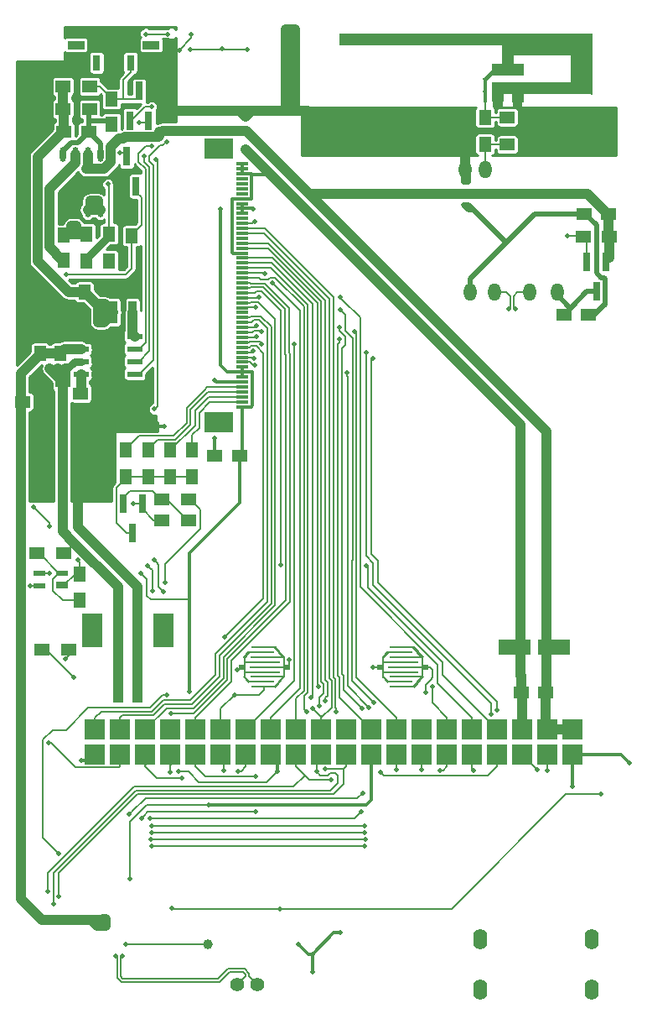
<source format=gbr>
G04 #@! TF.FileFunction,Copper,L2,Bot,Signal*
%FSLAX46Y46*%
G04 Gerber Fmt 4.6, Leading zero omitted, Abs format (unit mm)*
G04 Created by KiCad (PCBNEW 4.0.5) date 03/19/17 00:11:40*
%MOMM*%
%LPD*%
G01*
G04 APERTURE LIST*
%ADD10C,0.100000*%
%ADD11C,0.200000*%
%ADD12R,1.700000X0.900000*%
%ADD13R,0.800000X1.600000*%
%ADD14R,1.200000X1.600000*%
%ADD15R,2.000000X2.000000*%
%ADD16C,1.400000*%
%ADD17O,1.400000X2.100000*%
%ADD18C,1.000000*%
%ADD19C,0.600000*%
%ADD20O,1.300000X1.800000*%
%ADD21O,0.609600X1.473200*%
%ADD22R,1.550000X0.600000*%
%ADD23R,1.175000X1.175000*%
%ADD24R,0.800000X1.900000*%
%ADD25R,1.300000X1.500000*%
%ADD26R,1.250000X1.500000*%
%ADD27R,1.500000X1.300000*%
%ADD28R,1.250000X0.300000*%
%ADD29R,3.000000X2.000000*%
%ADD30R,1.500000X1.250000*%
%ADD31R,25.380000X1.210000*%
%ADD32R,7.000000X2.210000*%
%ADD33R,2.180000X5.970000*%
%ADD34R,9.980000X1.290000*%
%ADD35R,3.000000X1.210000*%
%ADD36R,3.200000X1.010000*%
%ADD37R,1.200000X4.220000*%
%ADD38R,1.150000X2.030000*%
%ADD39R,1.150000X1.930000*%
%ADD40R,0.460000X2.366000*%
%ADD41C,0.200000*%
%ADD42R,1.580000X1.010000*%
%ADD43R,0.200000X0.200000*%
%ADD44R,0.250000X2.000000*%
%ADD45R,3.500000X0.250000*%
%ADD46R,2.500000X0.250000*%
%ADD47R,3.300000X0.250000*%
%ADD48R,2.600000X0.250000*%
%ADD49R,0.500000X0.500000*%
%ADD50R,0.250000X0.250000*%
%ADD51R,0.500000X0.250000*%
%ADD52R,0.750000X0.250000*%
%ADD53R,0.150000X0.500000*%
%ADD54R,0.250000X0.500000*%
%ADD55R,0.400000X0.230000*%
%ADD56R,0.400000X0.400000*%
%ADD57R,0.800000X0.230000*%
%ADD58R,1.000000X0.230000*%
%ADD59R,0.250000X0.400000*%
%ADD60R,0.400000X0.250000*%
%ADD61R,0.850000X2.300000*%
%ADD62R,1.200000X0.600000*%
%ADD63R,1.200000X0.800000*%
%ADD64R,3.200000X1.500000*%
%ADD65R,1.000000X3.500000*%
%ADD66R,2.000000X3.400000*%
%ADD67C,0.500000*%
%ADD68C,0.900000*%
%ADD69C,1.000000*%
%ADD70C,0.500000*%
%ADD71C,0.300000*%
%ADD72C,0.750000*%
%ADD73C,0.152400*%
%ADD74C,0.254000*%
G04 APERTURE END LIST*
D10*
D11*
X101299155Y-132198315D02*
X101249155Y-132198315D01*
D12*
X84060000Y-64510000D03*
X76460000Y-64510000D03*
D13*
X81960000Y-66310000D03*
D14*
X80260000Y-66310000D03*
D13*
X78560000Y-66310000D03*
D15*
X126645000Y-133560000D03*
X126645000Y-136100000D03*
X124105000Y-136100000D03*
X121565000Y-136100000D03*
X119025000Y-136100000D03*
X116485000Y-136100000D03*
X113945000Y-136100000D03*
X111405000Y-136100000D03*
X108865000Y-136100000D03*
X106325000Y-136100000D03*
X103785000Y-136100000D03*
X101245000Y-136100000D03*
X98705000Y-136100000D03*
X96165000Y-136100000D03*
X93625000Y-136100000D03*
X91085000Y-136100000D03*
X88545000Y-136100000D03*
X86005000Y-136100000D03*
X83465000Y-136100000D03*
X80925000Y-136100000D03*
X78385000Y-136100000D03*
X124105000Y-133560000D03*
X121565000Y-133560000D03*
X119025000Y-133560000D03*
X116485000Y-133560000D03*
X113945000Y-133560000D03*
X111405000Y-133560000D03*
X108865000Y-133560000D03*
X106325000Y-133560000D03*
X103785000Y-133560000D03*
X101245000Y-133560000D03*
X98705000Y-133560000D03*
X96165000Y-133560000D03*
X93625000Y-133560000D03*
X91085000Y-133560000D03*
X88545000Y-133560000D03*
X83465000Y-133560000D03*
X86005000Y-133560000D03*
X80925000Y-133560000D03*
X78385000Y-133560000D03*
D16*
X92785000Y-159260000D03*
X94785000Y-159260000D03*
D17*
X117285000Y-154760000D03*
X117285000Y-159760000D03*
X128535000Y-159760000D03*
X128535000Y-154760000D03*
D18*
X89785000Y-155260000D03*
D19*
X73849155Y-101248315D03*
X73849155Y-105648315D03*
X73849155Y-109948315D03*
X83899155Y-69448315D03*
X83899155Y-68848315D03*
X81199155Y-86248315D03*
X81499155Y-82248315D03*
X81499155Y-79648315D03*
X81499155Y-77448315D03*
X82699155Y-88748315D03*
X79899155Y-88748315D03*
D20*
X125065000Y-89460000D03*
X122265000Y-89460000D03*
X118765000Y-89460000D03*
X116285000Y-89460000D03*
X115785000Y-77060000D03*
X117785000Y-77060000D03*
D19*
X84199155Y-102948315D03*
X79699155Y-105648315D03*
X76399155Y-105648315D03*
X76399155Y-109948315D03*
X72399155Y-105648315D03*
X74299155Y-93648315D03*
X73399155Y-93648315D03*
X72399155Y-93648315D03*
X75999155Y-92648315D03*
X75199155Y-92748315D03*
X74299155Y-92748315D03*
X73399155Y-92748315D03*
X72399155Y-92748315D03*
X78799155Y-100248315D03*
X78799155Y-99248315D03*
X79799155Y-99248315D03*
X79799155Y-100248315D03*
X80699155Y-100248315D03*
X80699155Y-99248315D03*
X74899155Y-79948315D03*
D21*
X75106299Y-75536865D03*
X76376299Y-75536865D03*
X77646299Y-75536865D03*
X78916299Y-75536865D03*
X78916299Y-81124865D03*
X77646299Y-81124865D03*
X76376299Y-81124865D03*
X75106299Y-81124865D03*
D19*
X81099155Y-71248315D03*
X79299155Y-71248315D03*
X76399155Y-66648315D03*
X71099155Y-66648315D03*
X71099155Y-70848315D03*
X71099155Y-75248315D03*
X71099155Y-80948315D03*
X74899155Y-82348315D03*
X77699155Y-78648315D03*
X78599155Y-78648315D03*
X71099155Y-87548315D03*
X72399155Y-101248315D03*
X72399155Y-109948315D03*
X84099155Y-100248315D03*
X84099155Y-99248315D03*
X83299155Y-100248315D03*
X83299155Y-99248315D03*
X75999155Y-90948315D03*
X75199155Y-90948315D03*
X74299155Y-90948315D03*
X73399155Y-90948315D03*
X72399155Y-90948315D03*
X72399155Y-91848315D03*
X73399155Y-91848315D03*
X74299155Y-91848315D03*
X75199155Y-91848315D03*
X75999155Y-91848315D03*
X83299155Y-101248315D03*
X82399155Y-101248315D03*
X81599155Y-101248315D03*
X80699155Y-101248315D03*
X76799155Y-101248315D03*
X77799155Y-101248315D03*
X78799155Y-101248315D03*
X81099155Y-97748315D03*
X80399155Y-97748315D03*
X79699155Y-97748315D03*
X78999155Y-97748315D03*
X78299155Y-97748315D03*
X81099155Y-93548315D03*
X80399155Y-93548315D03*
X79699155Y-93548315D03*
X78999155Y-93548315D03*
X78299155Y-93548315D03*
X81099155Y-94248315D03*
X78299155Y-94248315D03*
X78999155Y-94248315D03*
X79699155Y-94248315D03*
X79699155Y-94948315D03*
X78999155Y-94948315D03*
X78299155Y-94948315D03*
X78299155Y-95648315D03*
X80399155Y-95648315D03*
X79699155Y-95648315D03*
X78999155Y-95648315D03*
D22*
X82383399Y-93902157D03*
X82383399Y-95172157D03*
X82383399Y-96442157D03*
X82383399Y-97712157D03*
X76983399Y-97712157D03*
X76983399Y-96442157D03*
X76983399Y-95172157D03*
X76983399Y-93902157D03*
D23*
X79095899Y-96394657D03*
X79095899Y-95219657D03*
X80270899Y-96394657D03*
X80270899Y-95219657D03*
D19*
X80399155Y-94248315D03*
X80399155Y-94948315D03*
X81099155Y-94948315D03*
X81099155Y-95648315D03*
X81099155Y-96348315D03*
X80399155Y-96348315D03*
X79699155Y-96348315D03*
X78999155Y-96348315D03*
X78299155Y-96348315D03*
X78299155Y-97048315D03*
X81099155Y-97048315D03*
X80399155Y-97048315D03*
X79699155Y-97048315D03*
X78999155Y-97048315D03*
X82399155Y-99248315D03*
X82399155Y-100248315D03*
X81599155Y-100248315D03*
X81599155Y-99248315D03*
X79799155Y-101248315D03*
D24*
X81249155Y-110748315D03*
X83149155Y-110748315D03*
X82199155Y-113748315D03*
X83803299Y-72148315D03*
X81903299Y-72148315D03*
X82853299Y-69148315D03*
D25*
X88199155Y-108098315D03*
X88199155Y-105398315D03*
D26*
X72830000Y-95600000D03*
X72830000Y-93100000D03*
D25*
X81499155Y-108098315D03*
X81499155Y-105398315D03*
X85999155Y-108098315D03*
X85999155Y-105398315D03*
D27*
X76949155Y-99648315D03*
X79649155Y-99648315D03*
D28*
X93235000Y-101010000D03*
X93235000Y-100510000D03*
D29*
X90910000Y-102550000D03*
D28*
X93235000Y-99510000D03*
X93235000Y-100010000D03*
X93235000Y-99010000D03*
X93235000Y-98010000D03*
X93235000Y-98510000D03*
X93235000Y-97510000D03*
X93235000Y-96510000D03*
X93235000Y-97010000D03*
X93235000Y-94510000D03*
X93235000Y-94010000D03*
X93235000Y-93510000D03*
X93235000Y-93010000D03*
X93235000Y-92010000D03*
X93235000Y-92510000D03*
X93235000Y-91510000D03*
X93235000Y-95010000D03*
X93235000Y-95510000D03*
X93235000Y-96010000D03*
X93235000Y-82510000D03*
X93235000Y-81510000D03*
X93235000Y-82010000D03*
X93235000Y-83510000D03*
X93235000Y-83010000D03*
X93235000Y-84010000D03*
X93235000Y-91010000D03*
X93235000Y-90010000D03*
X93235000Y-90510000D03*
X93235000Y-88510000D03*
X93235000Y-87510000D03*
X93235000Y-88010000D03*
X93235000Y-89510000D03*
X93235000Y-89010000D03*
X93235000Y-86510000D03*
X93235000Y-85510000D03*
X93235000Y-87010000D03*
X93235000Y-86010000D03*
X93235000Y-84510000D03*
X93235000Y-85010000D03*
X93235000Y-80010000D03*
X93235000Y-81010000D03*
X93235000Y-80510000D03*
X93235000Y-79010000D03*
X93235000Y-79510000D03*
X93235000Y-78510000D03*
X93235000Y-76510000D03*
X93235000Y-78010000D03*
X93235000Y-77010000D03*
X93235000Y-77510000D03*
D29*
X90910000Y-74970000D03*
D30*
X75149155Y-98448315D03*
X72649155Y-98448315D03*
D27*
X87849155Y-112448315D03*
X85149155Y-112448315D03*
X85149155Y-110348315D03*
X87849155Y-110348315D03*
D30*
X90464000Y-105918000D03*
X92964000Y-105918000D03*
D27*
X72999155Y-125498315D03*
X75699155Y-125498315D03*
D30*
X122535000Y-74560000D03*
X120035000Y-74560000D03*
X122535000Y-71810000D03*
X120035000Y-71810000D03*
D25*
X117785000Y-74510000D03*
X117785000Y-71810000D03*
X83799155Y-108098315D03*
X83799155Y-105398315D03*
D30*
X128250000Y-91694000D03*
X125750000Y-91694000D03*
D26*
X80059299Y-72468865D03*
X80059299Y-69968865D03*
D30*
X75253299Y-73250865D03*
X77753299Y-73250865D03*
D26*
X75233299Y-83684865D03*
X75233299Y-86184865D03*
D24*
X82549155Y-78748315D03*
X80649155Y-78748315D03*
X81599155Y-75748315D03*
D27*
X77853299Y-68678865D03*
X75153299Y-68678865D03*
X77853299Y-70964865D03*
X75153299Y-70964865D03*
D25*
X79805299Y-83584865D03*
X79805299Y-86284865D03*
X82091299Y-81044865D03*
X82091299Y-83744865D03*
X77519299Y-86284865D03*
X77519299Y-83584865D03*
D26*
X74862000Y-95600000D03*
X74862000Y-93100000D03*
X77321166Y-91921750D03*
X77321166Y-89421750D03*
D31*
X115875000Y-63985000D03*
D32*
X122985000Y-64485000D03*
D33*
X127575000Y-66465000D03*
D34*
X123575000Y-68905000D03*
D35*
X120085000Y-66995000D03*
D36*
X120085000Y-66995000D03*
D37*
X120085000Y-65490000D03*
D38*
X121110000Y-69275000D03*
D39*
X119060000Y-69325000D03*
D40*
X117805000Y-69107000D03*
D10*
G36*
X118810162Y-67298107D02*
X117929107Y-68179162D01*
X117603838Y-67853893D01*
X118484893Y-66972838D01*
X118810162Y-67298107D01*
X118810162Y-67298107D01*
G37*
D41*
X128565000Y-63480000D03*
X128565000Y-69450000D03*
X118585000Y-68360000D03*
X117675000Y-67924000D03*
X118585000Y-66490000D03*
X121585000Y-67500000D03*
X121585000Y-66490000D03*
D42*
X103875000Y-63985000D03*
D41*
X103185000Y-63480000D03*
X103185000Y-64490000D03*
D43*
X118585000Y-67500000D03*
D44*
X93485000Y-127260000D03*
X97485000Y-127260000D03*
D45*
X95685000Y-127260000D03*
X95358000Y-127760000D03*
D46*
X95425000Y-125260000D03*
D47*
X95739000Y-126260000D03*
D45*
X95358000Y-126760000D03*
D46*
X95425000Y-129260000D03*
D48*
X95175000Y-125760000D03*
D47*
X95739000Y-128260000D03*
D48*
X95175000Y-128760000D03*
D10*
G36*
X96669914Y-129381476D02*
X96478403Y-129220779D01*
X97420086Y-128098524D01*
X97611597Y-128259221D01*
X96669914Y-129381476D01*
X96669914Y-129381476D01*
G37*
G36*
X93357129Y-128258931D02*
X93548641Y-128098234D01*
X94062871Y-128711069D01*
X93871359Y-128871766D01*
X93357129Y-128258931D01*
X93357129Y-128258931D01*
G37*
G36*
X93548641Y-126421766D02*
X93357129Y-126261069D01*
X93871359Y-125648234D01*
X94062871Y-125808931D01*
X93548641Y-126421766D01*
X93548641Y-126421766D01*
G37*
G36*
X96478403Y-125299221D02*
X96669914Y-125138524D01*
X97611597Y-126260779D01*
X97420086Y-126421476D01*
X96478403Y-125299221D01*
X96478403Y-125299221D01*
G37*
D49*
X93135000Y-127260000D03*
X97835000Y-127260000D03*
D50*
X96545000Y-129260000D03*
X97315000Y-128260000D03*
D51*
X97255000Y-126260000D03*
D50*
X96545000Y-125260000D03*
X93995000Y-128760000D03*
D52*
X93735000Y-127760000D03*
D50*
X94005000Y-125760000D03*
D51*
X93645000Y-126760000D03*
D53*
X93515000Y-128100000D03*
D10*
G36*
X93522674Y-128410883D02*
X93394117Y-128257674D01*
X93547326Y-128129117D01*
X93675883Y-128282326D01*
X93522674Y-128410883D01*
X93522674Y-128410883D01*
G37*
D54*
X93485000Y-127920000D03*
D52*
X94205000Y-127760000D03*
X94705000Y-127760000D03*
X97625000Y-127260000D03*
D10*
G36*
X96983420Y-125856163D02*
X97136629Y-125727606D01*
X97586580Y-126263837D01*
X97433371Y-126392394D01*
X96983420Y-125856163D01*
X96983420Y-125856163D01*
G37*
D43*
X97375000Y-126220000D03*
X97475000Y-128190000D03*
D55*
X93595000Y-127770000D03*
D56*
X93325000Y-127250000D03*
D50*
X96415000Y-125260000D03*
X96315000Y-125260000D03*
X96175000Y-125260000D03*
X96035000Y-125260000D03*
X95855000Y-125260000D03*
D57*
X97235000Y-127260000D03*
D58*
X96745000Y-127260000D03*
D59*
X93485000Y-126760000D03*
X93485000Y-126460000D03*
D10*
G36*
X93628347Y-125939288D02*
X93885462Y-125632871D01*
X94061653Y-125780712D01*
X93804538Y-126087129D01*
X93628347Y-125939288D01*
X93628347Y-125939288D01*
G37*
D59*
X97485000Y-126460000D03*
X97485000Y-126740000D03*
X97485000Y-127010000D03*
D60*
X96995000Y-126260000D03*
D10*
G36*
X93536677Y-126428827D02*
X93360487Y-126280986D01*
X93553323Y-126051173D01*
X93729513Y-126199014D01*
X93536677Y-126428827D01*
X93536677Y-126428827D01*
G37*
D41*
X93495000Y-126320000D03*
X97465000Y-126330000D03*
D44*
X107485000Y-127260000D03*
X111485000Y-127260000D03*
D45*
X109685000Y-127260000D03*
X109358000Y-127760000D03*
D46*
X109425000Y-125260000D03*
D47*
X109739000Y-126260000D03*
D45*
X109358000Y-126760000D03*
D46*
X109425000Y-129260000D03*
D48*
X109175000Y-125760000D03*
D47*
X109739000Y-128260000D03*
D48*
X109175000Y-128760000D03*
D10*
G36*
X110669914Y-129381476D02*
X110478403Y-129220779D01*
X111420086Y-128098524D01*
X111611597Y-128259221D01*
X110669914Y-129381476D01*
X110669914Y-129381476D01*
G37*
G36*
X107357129Y-128258931D02*
X107548641Y-128098234D01*
X108062871Y-128711069D01*
X107871359Y-128871766D01*
X107357129Y-128258931D01*
X107357129Y-128258931D01*
G37*
G36*
X107548641Y-126421766D02*
X107357129Y-126261069D01*
X107871359Y-125648234D01*
X108062871Y-125808931D01*
X107548641Y-126421766D01*
X107548641Y-126421766D01*
G37*
G36*
X110478403Y-125299221D02*
X110669914Y-125138524D01*
X111611597Y-126260779D01*
X111420086Y-126421476D01*
X110478403Y-125299221D01*
X110478403Y-125299221D01*
G37*
D49*
X107135000Y-127260000D03*
X111835000Y-127260000D03*
D50*
X110545000Y-129260000D03*
X111315000Y-128260000D03*
D51*
X111255000Y-126260000D03*
D50*
X110545000Y-125260000D03*
X107995000Y-128760000D03*
D52*
X107735000Y-127760000D03*
D50*
X108005000Y-125760000D03*
D51*
X107645000Y-126760000D03*
D53*
X107515000Y-128100000D03*
D10*
G36*
X107522674Y-128410883D02*
X107394117Y-128257674D01*
X107547326Y-128129117D01*
X107675883Y-128282326D01*
X107522674Y-128410883D01*
X107522674Y-128410883D01*
G37*
D54*
X107485000Y-127920000D03*
D52*
X108205000Y-127760000D03*
X108705000Y-127760000D03*
X111625000Y-127260000D03*
D10*
G36*
X110983420Y-125856163D02*
X111136629Y-125727606D01*
X111586580Y-126263837D01*
X111433371Y-126392394D01*
X110983420Y-125856163D01*
X110983420Y-125856163D01*
G37*
D43*
X111375000Y-126220000D03*
X111475000Y-128190000D03*
D55*
X107595000Y-127770000D03*
D56*
X107325000Y-127250000D03*
D50*
X110415000Y-125260000D03*
X110315000Y-125260000D03*
X110175000Y-125260000D03*
X110035000Y-125260000D03*
X109855000Y-125260000D03*
D57*
X111235000Y-127260000D03*
D58*
X110745000Y-127260000D03*
D59*
X107485000Y-126760000D03*
X107485000Y-126460000D03*
D10*
G36*
X107628347Y-125939288D02*
X107885462Y-125632871D01*
X108061653Y-125780712D01*
X107804538Y-126087129D01*
X107628347Y-125939288D01*
X107628347Y-125939288D01*
G37*
D59*
X111485000Y-126460000D03*
X111485000Y-126740000D03*
X111485000Y-127010000D03*
D60*
X110995000Y-126260000D03*
D10*
G36*
X107536677Y-126428827D02*
X107360487Y-126280986D01*
X107553323Y-126051173D01*
X107729513Y-126199014D01*
X107536677Y-126428827D01*
X107536677Y-126428827D01*
G37*
D41*
X107495000Y-126320000D03*
X111465000Y-126330000D03*
D61*
X82182399Y-91489157D03*
X80232399Y-91489157D03*
D30*
X127782000Y-81534000D03*
X130282000Y-81534000D03*
X121432000Y-129794000D03*
X123932000Y-129794000D03*
D24*
X128082000Y-86360000D03*
X129982000Y-86360000D03*
X129032000Y-89360000D03*
D27*
X127682000Y-83820000D03*
X130382000Y-83820000D03*
D19*
X79699155Y-109948315D03*
D30*
X71099155Y-100498315D03*
X73599155Y-100498315D03*
D27*
X75249155Y-115798315D03*
X72549155Y-115798315D03*
D25*
X76849155Y-120548315D03*
X76849155Y-117848315D03*
D62*
X75049155Y-117798315D03*
D63*
X75049155Y-118998315D03*
D62*
X72749155Y-119098315D03*
X72749155Y-117798315D03*
D43*
X101399155Y-132198315D03*
X101149155Y-132198315D03*
D64*
X120749155Y-125248315D03*
X124749155Y-125248315D03*
D65*
X80699155Y-129148315D03*
X82699155Y-129148315D03*
D66*
X78099155Y-123598315D03*
X85299155Y-123598315D03*
D67*
X76628354Y-116472826D03*
X82249155Y-110748315D03*
X98967990Y-155260087D03*
X97999155Y-126548315D03*
X86849155Y-137798315D03*
X121432000Y-128748315D03*
X100399155Y-158048313D03*
X116099155Y-80648315D03*
X115599155Y-80648315D03*
X116099155Y-78348315D03*
X115599155Y-78348315D03*
X93599155Y-71748315D03*
X93599155Y-71148315D03*
X94099155Y-75548315D03*
X93599155Y-75048315D03*
X90499155Y-98348315D03*
X90499155Y-104148311D03*
X85399155Y-102948315D03*
X96799155Y-137748315D03*
D68*
X80260000Y-67564000D03*
D67*
X76200038Y-128270000D03*
X100330000Y-156210114D03*
X111760000Y-129794000D03*
X116586000Y-137668000D03*
X92456000Y-130048000D03*
X76962000Y-136652000D03*
X103185000Y-154060000D03*
X83049155Y-117798315D03*
X73749155Y-117798315D03*
X81899155Y-148648315D03*
X126599155Y-139348315D03*
X132399155Y-136948315D03*
X87899155Y-129748315D03*
X89899155Y-141148315D03*
X91099155Y-81048315D03*
X94399155Y-81048315D03*
X100941382Y-129212710D03*
X107200000Y-137900000D03*
X100241810Y-130292787D03*
X91400000Y-137700000D03*
X99750000Y-131800000D03*
X94592705Y-138294663D03*
X95575385Y-87607431D03*
X96298842Y-88528642D03*
X85447336Y-118768664D03*
X112449990Y-129200000D03*
X91503419Y-124203419D03*
X92800000Y-137749990D03*
X95243231Y-94656769D03*
X98549967Y-94700004D03*
X87126727Y-138440943D03*
X106500002Y-96100000D03*
X118998417Y-131640135D03*
X94410581Y-96106069D03*
X124100000Y-137700000D03*
X105750000Y-95500000D03*
X118406010Y-132013055D03*
X94400751Y-95406126D03*
X123100000Y-137600000D03*
X105750010Y-117000000D03*
X97150043Y-116955101D03*
X103124000Y-89916000D03*
X94954441Y-89907475D03*
X103124000Y-91186000D03*
X113241990Y-137695916D03*
X106584533Y-130857365D03*
X94600000Y-91000000D03*
X103849968Y-97559452D03*
X106059082Y-131319878D03*
X94527619Y-96845354D03*
X111400000Y-137599989D03*
X103081990Y-93016237D03*
X94704218Y-92806092D03*
X105365721Y-131452288D03*
X108800000Y-137599989D03*
X104600008Y-93400000D03*
X95181302Y-93387566D03*
X103081990Y-94162329D03*
X94711052Y-93906103D03*
X101050937Y-131174365D03*
X74168000Y-151130000D03*
X100800000Y-137800000D03*
X85969824Y-137849814D03*
X86047632Y-131948034D03*
D68*
X77899155Y-80248315D03*
X78699155Y-80248315D03*
X73799155Y-97148315D03*
X74599155Y-97148315D03*
X78699155Y-90648345D03*
X78699155Y-92448315D03*
X78699155Y-91548315D03*
X75399155Y-97148319D03*
X79499155Y-153348315D03*
X78599155Y-153348315D03*
D67*
X74718010Y-150368000D03*
X101680874Y-130705154D03*
X101600000Y-137550022D03*
X73612562Y-149906783D03*
X102212154Y-138593418D03*
X102774015Y-131798294D03*
X129499155Y-140098315D03*
X86149145Y-151626091D03*
X97028000Y-151653010D03*
X85597990Y-130048000D03*
X74737384Y-146111384D03*
X92710000Y-127508000D03*
X105313110Y-141854153D03*
X83938110Y-142553055D03*
X83069651Y-142505651D03*
X94599988Y-141854153D03*
X81857684Y-142136484D03*
X106426000Y-127254000D03*
X105410000Y-139954000D03*
X105598253Y-143953072D03*
X84132422Y-143953570D03*
X105654826Y-145349773D03*
X84074405Y-145350002D03*
X105670486Y-144649936D03*
X84062584Y-144650090D03*
X105662490Y-143256019D03*
X84074000Y-143256000D03*
D68*
X77999155Y-76998315D03*
X77499155Y-76998315D03*
X76499155Y-82748315D03*
X75999155Y-82748315D03*
D67*
X91199155Y-64898265D03*
X87999155Y-64948315D03*
X93799155Y-64948315D03*
X82849145Y-72317508D03*
X80924164Y-75350807D03*
X79699155Y-78548329D03*
X83715333Y-117022836D03*
X84199165Y-119562231D03*
X73660000Y-134874000D03*
X73749155Y-113048315D03*
X75499155Y-87648313D03*
X72199155Y-111148315D03*
X84573131Y-76079533D03*
X84109034Y-70748315D03*
X84399169Y-101248315D03*
X84342334Y-116481128D03*
X85299155Y-119648315D03*
X100399155Y-131448315D03*
X75402018Y-126454449D03*
X94488006Y-82296000D03*
X84121322Y-74748326D03*
X80449155Y-156448315D03*
X81149155Y-156448315D03*
X88099155Y-63448315D03*
X86899155Y-65020015D03*
X85650481Y-74245037D03*
X83499155Y-63448315D03*
X85699155Y-63448315D03*
X83349151Y-75745689D03*
X126099155Y-83748315D03*
X81499155Y-155248315D03*
X120849155Y-91148315D03*
X120149155Y-91148315D03*
X71849999Y-119098315D03*
D11*
X76849155Y-117848315D02*
X76849155Y-116693627D01*
X76849155Y-116693627D02*
X76628354Y-116472826D01*
D69*
X93599155Y-75048315D02*
X94099155Y-75548315D01*
X94099155Y-75548315D02*
X93599155Y-75048315D01*
D11*
X83149155Y-110748315D02*
X82249155Y-110748315D01*
D70*
X115599155Y-78348315D02*
X116099155Y-78348315D01*
X115599155Y-80648315D02*
X116099155Y-80648315D01*
D71*
X99217989Y-155510086D02*
X98967990Y-155260087D01*
X99918017Y-156210114D02*
X99217989Y-155510086D01*
X100330000Y-156210114D02*
X99918017Y-156210114D01*
D11*
X97999155Y-126548315D02*
X97999155Y-127095845D01*
X97999155Y-127095845D02*
X97835000Y-127260000D01*
X88849155Y-138848315D02*
X95699155Y-138848315D01*
X95699155Y-138848315D02*
X96799155Y-137748315D01*
X87899155Y-137898315D02*
X88849155Y-138848315D01*
X87899155Y-137798315D02*
X87899155Y-137898315D01*
X86849155Y-137798315D02*
X87899155Y-137798315D01*
D69*
X82699155Y-119148315D02*
X76699155Y-113148315D01*
X76699155Y-113148315D02*
X76699155Y-110248315D01*
X82699155Y-129148315D02*
X82699155Y-119148315D01*
D11*
X75049155Y-118998315D02*
X75249155Y-118998315D01*
X75249155Y-118998315D02*
X76399155Y-117848315D01*
X76399155Y-117848315D02*
X76849155Y-117848315D01*
D69*
X93599155Y-71148315D02*
X94499155Y-71148315D01*
X94499155Y-71148315D02*
X96899155Y-71148315D01*
X93599155Y-71748315D02*
X94199155Y-71148315D01*
X94199155Y-71148315D02*
X94499155Y-71148315D01*
D71*
X96799155Y-137748315D02*
X96799155Y-136734155D01*
X96799155Y-136734155D02*
X96165000Y-136100000D01*
D69*
X121432000Y-129794000D02*
X121432000Y-128748315D01*
X121432000Y-128748315D02*
X121432000Y-128169000D01*
X96899155Y-71148315D02*
X99899155Y-71148315D01*
X97699155Y-62948315D02*
X98599155Y-62948315D01*
X96899155Y-71148315D02*
X97699155Y-71148315D01*
X97699155Y-71148315D02*
X97699155Y-62948315D01*
X98599155Y-71148315D02*
X99899155Y-71148315D01*
X98599155Y-71148315D02*
X98599155Y-62948315D01*
D71*
X100330000Y-157979158D02*
X100399155Y-158048313D01*
X100330000Y-156210114D02*
X100330000Y-157979158D01*
D70*
X127782000Y-81534000D02*
X127907000Y-81534000D01*
X127907000Y-81534000D02*
X129032000Y-82659000D01*
X129882001Y-90670001D02*
X129792001Y-90760001D01*
X129032000Y-82659000D02*
X129032000Y-87481160D01*
X129510839Y-87959999D02*
X129792001Y-87959999D01*
X129711999Y-90760001D02*
X128778000Y-91694000D01*
X129032000Y-87481160D02*
X129510839Y-87959999D01*
X129792001Y-87959999D02*
X129882001Y-88049999D01*
X129882001Y-88049999D02*
X129882001Y-90670001D01*
X129792001Y-90760001D02*
X129711999Y-90760001D01*
X128778000Y-91694000D02*
X128250000Y-91694000D01*
X116351624Y-80898314D02*
X116601625Y-81148315D01*
X116099155Y-81148315D02*
X116601625Y-81148315D01*
X116601625Y-81148315D02*
X119899155Y-84445845D01*
X115599155Y-80648315D02*
X116099155Y-81148315D01*
X122811000Y-81534000D02*
X119899155Y-84445845D01*
X119899155Y-84445845D02*
X116285000Y-88060000D01*
X116099155Y-80648315D02*
X116349154Y-80898314D01*
X116349154Y-80898314D02*
X116351624Y-80898314D01*
X115599155Y-78348315D02*
X115599155Y-77245845D01*
X115599155Y-77245845D02*
X115785000Y-77060000D01*
X116099155Y-78348315D02*
X116099155Y-77374155D01*
X116099155Y-77374155D02*
X115785000Y-77060000D01*
X116099155Y-78348315D02*
X115849154Y-78098316D01*
X115849154Y-78098316D02*
X115785000Y-78162470D01*
X115785000Y-77060000D02*
X115785000Y-78162470D01*
X115785000Y-78162470D02*
X115599155Y-78348315D01*
D69*
X115785000Y-77060000D02*
X115785000Y-75160000D01*
X115785000Y-75160000D02*
X115785000Y-75060000D01*
X93599155Y-71148315D02*
X92699155Y-71148315D01*
X92699155Y-71148315D02*
X86599155Y-71148315D01*
X92999155Y-71148315D02*
X92699155Y-71148315D01*
X93599155Y-71748315D02*
X92999155Y-71148315D01*
X86299155Y-71148315D02*
X86599155Y-71148315D01*
X93599155Y-71148315D02*
X93599155Y-71748315D01*
X95999155Y-77448315D02*
X94099155Y-75548315D01*
X121399155Y-102848315D02*
X95999155Y-77448315D01*
D71*
X94210001Y-77560001D02*
X95887469Y-77560001D01*
X95887469Y-77560001D02*
X95999155Y-77448315D01*
D69*
X121399155Y-128136155D02*
X121399155Y-102848315D01*
X121432000Y-128169000D02*
X121399155Y-128136155D01*
D70*
X76983399Y-93902157D02*
X77778399Y-93902157D01*
X77778399Y-93902157D02*
X79095899Y-95219657D01*
D71*
X93235000Y-98510000D02*
X90660840Y-98510000D01*
X90660840Y-98510000D02*
X90499155Y-98348315D01*
X90464000Y-105918000D02*
X90464000Y-104183466D01*
X90464000Y-104183466D02*
X90499155Y-104148311D01*
X85399155Y-102948315D02*
X84599155Y-102948315D01*
X90464000Y-105918000D02*
X90464000Y-105513160D01*
D11*
X85249155Y-112448315D02*
X85149155Y-112448315D01*
X83149155Y-110748315D02*
X83149155Y-111298315D01*
X83149155Y-111298315D02*
X84299155Y-112448315D01*
X84299155Y-112448315D02*
X85149155Y-112448315D01*
D71*
X100330000Y-156210114D02*
X102480114Y-154060000D01*
X102480114Y-154060000D02*
X103185000Y-154060000D01*
D69*
X80633299Y-78306865D02*
X81249157Y-78922723D01*
X81249157Y-78922723D02*
X81249157Y-80202723D01*
X81249157Y-80202723D02*
X82091299Y-81044865D01*
X121565000Y-133560000D02*
X121565000Y-129927000D01*
X121565000Y-129927000D02*
X121432000Y-129794000D01*
D70*
X76983399Y-92259517D02*
X77321166Y-91921750D01*
D11*
X73172000Y-125241962D02*
X75950039Y-128020001D01*
X73172000Y-125222000D02*
X73172000Y-125241962D01*
X75950039Y-128020001D02*
X76200038Y-128270000D01*
D70*
X80260000Y-67564000D02*
X80260000Y-66310000D01*
D11*
X92456000Y-130048000D02*
X94962000Y-130048000D01*
X94962000Y-130048000D02*
X95425000Y-129585000D01*
X95425000Y-129585000D02*
X95425000Y-129260000D01*
X111760000Y-129032000D02*
X112268000Y-128524000D01*
X112448000Y-127508000D02*
X112448000Y-128344000D01*
X112448000Y-128344000D02*
X112268000Y-128524000D01*
X111625000Y-127260000D02*
X112200000Y-127260000D01*
X112200000Y-127260000D02*
X112448000Y-127508000D01*
X111760000Y-129794000D02*
X111760000Y-129032000D01*
X73172000Y-125222000D02*
X73072000Y-125222000D01*
D70*
X116285000Y-88060000D02*
X116285000Y-89460000D01*
X127782000Y-81534000D02*
X122811000Y-81534000D01*
D11*
X82091299Y-81144865D02*
X82091299Y-81044865D01*
X116485000Y-136100000D02*
X116485000Y-137567000D01*
X116485000Y-137567000D02*
X116586000Y-137668000D01*
X121565000Y-133560000D02*
X121565000Y-131927000D01*
X121565000Y-131927000D02*
X121920000Y-131572000D01*
X91085000Y-131419000D02*
X92456000Y-130048000D01*
X91085000Y-133560000D02*
X91085000Y-131419000D01*
D71*
X76962000Y-136652000D02*
X77833000Y-136652000D01*
X77833000Y-136652000D02*
X78385000Y-136100000D01*
X93235000Y-85510000D02*
X92310000Y-85510000D01*
X92310000Y-85510000D02*
X92259999Y-85459999D01*
X92259999Y-85459999D02*
X92259999Y-80060001D01*
X92259999Y-80060001D02*
X92310000Y-80010000D01*
X92310000Y-80010000D02*
X93235000Y-80010000D01*
X93235000Y-77510000D02*
X94160000Y-77510000D01*
X94160000Y-77510000D02*
X94210001Y-77560001D01*
X94210001Y-77560001D02*
X94210001Y-79959999D01*
X94210001Y-79959999D02*
X94160000Y-80010000D01*
X94160000Y-80010000D02*
X93235000Y-80010000D01*
X93235000Y-76510000D02*
X93235000Y-77510000D01*
D11*
X93235000Y-77010000D02*
X93698000Y-77010000D01*
X97483698Y-127323500D02*
X97453500Y-127323500D01*
X83049155Y-117798315D02*
X83649155Y-118398315D01*
X83649155Y-118398315D02*
X83649155Y-120090149D01*
X83649155Y-120090149D02*
X84007321Y-120448315D01*
X84007321Y-120448315D02*
X87899155Y-120448315D01*
X73749155Y-117798315D02*
X72749155Y-117798315D01*
D71*
X87899155Y-120448315D02*
X87899155Y-115748315D01*
X87899155Y-129748315D02*
X87899155Y-120448315D01*
D11*
X83599155Y-141198315D02*
X81899155Y-142898315D01*
X81899155Y-142898315D02*
X81899155Y-148648315D01*
X89495602Y-141198315D02*
X83599155Y-141198315D01*
X89899155Y-141148315D02*
X89545602Y-141148315D01*
X89545602Y-141148315D02*
X89495602Y-141198315D01*
D71*
X126645000Y-136100000D02*
X126645000Y-139302470D01*
X126645000Y-139302470D02*
X126599155Y-139348315D01*
X126645000Y-136100000D02*
X131550840Y-136100000D01*
X131550840Y-136100000D02*
X132399155Y-136948315D01*
X87899155Y-115748315D02*
X92964000Y-110683470D01*
X92964000Y-110683470D02*
X92964000Y-105918000D01*
X106299155Y-140648315D02*
X105799155Y-141148315D01*
X105799155Y-141148315D02*
X89899155Y-141148315D01*
X106299155Y-137425845D02*
X106299155Y-140648315D01*
X106325000Y-136100000D02*
X106325000Y-137400000D01*
X106325000Y-137400000D02*
X106299155Y-137425845D01*
X91099155Y-81048315D02*
X91099155Y-96848315D01*
X91099155Y-96848315D02*
X91760840Y-97510000D01*
X91760840Y-97510000D02*
X93235000Y-97510000D01*
X93235000Y-97010000D02*
X93710000Y-97010000D01*
X94210000Y-97510000D02*
X94290000Y-97510000D01*
X93235000Y-97510000D02*
X94290000Y-97510000D01*
X93235000Y-81010000D02*
X94360840Y-81010000D01*
X94360840Y-81010000D02*
X94399155Y-81048315D01*
X93235000Y-101010000D02*
X93235000Y-105647000D01*
X93235000Y-105647000D02*
X93218000Y-105664000D01*
X93218000Y-105664000D02*
X92964000Y-105918000D01*
X94200000Y-97500000D02*
X94300000Y-97500000D01*
X94300000Y-97500000D02*
X94300000Y-98100000D01*
D11*
X94290000Y-97510000D02*
X94300000Y-97500000D01*
D71*
X94300000Y-100870000D02*
X94300000Y-98100000D01*
X93710000Y-97510000D02*
X93235000Y-97510000D01*
X93235000Y-101010000D02*
X94160000Y-101010000D01*
X94160000Y-101010000D02*
X94300000Y-100870000D01*
X93235000Y-80510000D02*
X93235000Y-81510000D01*
X93235000Y-97010000D02*
X93235000Y-98010000D01*
D11*
X93235000Y-81010000D02*
X93698000Y-81010000D01*
X93235000Y-97510000D02*
X93698000Y-97510000D01*
X96291304Y-86010000D02*
X100857848Y-90576544D01*
X100857848Y-129129176D02*
X100941382Y-129212710D01*
X93235000Y-86010000D02*
X96291304Y-86010000D01*
X100857848Y-90576544D02*
X100857848Y-129129176D01*
X119025000Y-137300000D02*
X119025000Y-136100000D01*
X118079082Y-138245918D02*
X119025000Y-137300000D01*
X107545918Y-138245918D02*
X118079082Y-138245918D01*
X107200000Y-137900000D02*
X107545918Y-138245918D01*
X96225604Y-86510000D02*
X100349145Y-90633541D01*
X93235000Y-86510000D02*
X96225604Y-86510000D01*
X100349145Y-90633541D02*
X100349145Y-130185452D01*
X100349145Y-130185452D02*
X100241810Y-130292787D01*
X91400000Y-137700000D02*
X91400000Y-136415000D01*
X91400000Y-136415000D02*
X91085000Y-136100000D01*
X99500001Y-131550001D02*
X99750000Y-131800000D01*
X93235000Y-87010000D02*
X96159904Y-87010000D01*
X99500001Y-130201160D02*
X99500001Y-131550001D01*
X99899990Y-129801171D02*
X99500001Y-130201160D01*
X96159904Y-87010000D02*
X99899990Y-90750086D01*
X99899990Y-90750086D02*
X99899990Y-129801171D01*
X89545000Y-138300000D02*
X94587368Y-138300000D01*
X94587368Y-138300000D02*
X94592705Y-138294663D01*
X88545000Y-137300000D02*
X89545000Y-138300000D01*
X88545000Y-136100000D02*
X88545000Y-137300000D01*
X96165000Y-133560000D02*
X96165000Y-132360000D01*
X96165000Y-132360000D02*
X99099968Y-129425032D01*
X96548841Y-88778641D02*
X96298842Y-88528642D01*
X99099968Y-129425032D02*
X99099968Y-91329768D01*
X99099968Y-91329768D02*
X96548841Y-88778641D01*
X93235000Y-87510000D02*
X95477954Y-87510000D01*
X95477954Y-87510000D02*
X95575385Y-87607431D01*
X94984532Y-88010000D02*
X94060000Y-88010000D01*
X99499979Y-90915775D02*
X96562844Y-87978640D01*
X95856039Y-88157441D02*
X95131973Y-88157441D01*
X99499979Y-129635482D02*
X99499979Y-90915775D01*
X95131973Y-88157441D02*
X94984532Y-88010000D01*
X98705000Y-130430461D02*
X99499979Y-129635482D01*
X94060000Y-88010000D02*
X93235000Y-88010000D01*
X96562844Y-87978640D02*
X96034840Y-87978640D01*
X98705000Y-133560000D02*
X98705000Y-130430461D01*
X96034840Y-87978640D02*
X95856039Y-88157441D01*
X88999155Y-113348315D02*
X85447336Y-116900134D01*
X85447336Y-118415111D02*
X85447336Y-118768664D01*
X87849155Y-110348315D02*
X87949155Y-110348315D01*
X88999155Y-111398315D02*
X88999155Y-113348315D01*
X87949155Y-110348315D02*
X88999155Y-111398315D01*
X85447336Y-116900134D02*
X85447336Y-118415111D01*
X113945000Y-132360000D02*
X112449990Y-130864990D01*
X112449990Y-130864990D02*
X112449990Y-129200000D01*
X113945000Y-133560000D02*
X113945000Y-132360000D01*
X95400000Y-120306838D02*
X91753418Y-123953420D01*
X94664753Y-94856124D02*
X95400000Y-95591371D01*
X94136749Y-94856124D02*
X94664753Y-94856124D01*
X93982873Y-95010000D02*
X94136749Y-94856124D01*
X93235000Y-95010000D02*
X93982873Y-95010000D01*
X95400000Y-95591371D02*
X95400000Y-120306838D01*
X91753418Y-123953420D02*
X91503419Y-124203419D01*
X93175010Y-137749990D02*
X93153553Y-137749990D01*
X93625000Y-136100000D02*
X93625000Y-137300000D01*
X93153553Y-137749990D02*
X92800000Y-137749990D01*
X93625000Y-137300000D02*
X93175010Y-137749990D01*
X93971060Y-94456113D02*
X95042575Y-94456113D01*
X95042575Y-94456113D02*
X95243231Y-94656769D01*
X93235000Y-94510000D02*
X93917173Y-94510000D01*
X93917173Y-94510000D02*
X93971060Y-94456113D01*
X93625000Y-133560000D02*
X98549946Y-128635054D01*
X98549967Y-95053557D02*
X98549967Y-94700004D01*
X98549946Y-95053578D02*
X98549967Y-95053557D01*
X98549946Y-128635054D02*
X98549946Y-95053578D01*
X93235000Y-94510000D02*
X93241000Y-94515700D01*
X83465000Y-136100000D02*
X83465000Y-137300000D01*
X83465000Y-137300000D02*
X84605943Y-138440943D01*
X84605943Y-138440943D02*
X86773174Y-138440943D01*
X86773174Y-138440943D02*
X87126727Y-138440943D01*
X83465000Y-137100000D02*
X83485000Y-137120000D01*
X83485000Y-137120000D02*
X83475000Y-137110000D01*
X83475000Y-137110000D02*
X83465000Y-137100000D01*
X83475000Y-137110000D02*
X83424400Y-137160600D01*
X118998417Y-130748417D02*
X118998417Y-131286582D01*
X118998417Y-131286582D02*
X118998417Y-131640135D01*
X107000000Y-116549160D02*
X107000000Y-118750000D01*
X107000000Y-118750000D02*
X118998417Y-130748417D01*
X106299155Y-115848315D02*
X107000000Y-116549160D01*
X106299155Y-96300847D02*
X106299155Y-115848315D01*
X106500002Y-96100000D02*
X106299155Y-96300847D01*
X94314512Y-96010000D02*
X94410581Y-96106069D01*
X93235000Y-96010000D02*
X94314512Y-96010000D01*
X124100000Y-137700000D02*
X124100000Y-136105000D01*
X124100000Y-136105000D02*
X124105000Y-136100000D01*
X105750000Y-95853553D02*
X105750000Y-95500000D01*
X106500000Y-116750000D02*
X105750000Y-116000000D01*
X106500000Y-119000000D02*
X106500000Y-116750000D01*
X118406010Y-130906010D02*
X106500000Y-119000000D01*
X105750000Y-116000000D02*
X105750000Y-95853553D01*
X118406010Y-132013055D02*
X118406010Y-130906010D01*
X94296877Y-95510000D02*
X94400751Y-95406126D01*
X93235000Y-95510000D02*
X94296877Y-95510000D01*
X123100000Y-137600000D02*
X121600000Y-136100000D01*
X121600000Y-136100000D02*
X121565000Y-136100000D01*
X119025000Y-133560000D02*
X113499989Y-128034989D01*
X106000009Y-117249999D02*
X105750010Y-117000000D01*
X113499989Y-128034989D02*
X113499989Y-126749989D01*
X113499989Y-126749989D02*
X106000009Y-119250009D01*
X106000009Y-119250009D02*
X106000009Y-117249999D01*
X95189256Y-89357474D02*
X97150043Y-91318261D01*
X94537914Y-89510000D02*
X94690440Y-89357474D01*
X94690440Y-89357474D02*
X95189256Y-89357474D01*
X93235000Y-89510000D02*
X94537914Y-89510000D01*
X97150043Y-91318261D02*
X97150043Y-116601548D01*
X97150043Y-116601548D02*
X97150043Y-116955101D01*
X105200000Y-91992000D02*
X103373999Y-90165999D01*
X105200000Y-119197100D02*
X105200000Y-91992000D01*
X103373999Y-90165999D02*
X103124000Y-89916000D01*
X113000000Y-126997100D02*
X105200000Y-119197100D01*
X116485000Y-133560000D02*
X116485000Y-132360000D01*
X116485000Y-132360000D02*
X113000000Y-128875000D01*
X113000000Y-128875000D02*
X113000000Y-126997100D01*
X93235000Y-90010000D02*
X94851916Y-90010000D01*
X94851916Y-90010000D02*
X94954441Y-89907475D01*
X104399978Y-116458783D02*
X104399978Y-94113982D01*
X104399978Y-94113982D02*
X103632000Y-93346004D01*
X104349970Y-116508791D02*
X104399978Y-116458783D01*
X106584533Y-130857365D02*
X104349970Y-128622802D01*
X104349970Y-128622802D02*
X104349970Y-116508791D01*
X103632000Y-93346004D02*
X103632000Y-91694000D01*
X103632000Y-91694000D02*
X103124000Y-91186000D01*
X113945000Y-137300000D02*
X113549084Y-137695916D01*
X113549084Y-137695916D02*
X113241990Y-137695916D01*
X113945000Y-136100000D02*
X113945000Y-137300000D01*
X94600000Y-91000000D02*
X93245000Y-91000000D01*
X93245000Y-91000000D02*
X93235000Y-91010000D01*
X103891450Y-97954487D02*
X103849968Y-97913005D01*
X106059082Y-131319878D02*
X103891450Y-129152246D01*
X103891450Y-129152246D02*
X103891450Y-97954487D01*
X103849968Y-97913005D02*
X103849968Y-97559452D01*
X93235000Y-96510000D02*
X93995996Y-96510000D01*
X94331350Y-96845354D02*
X94527619Y-96845354D01*
X93995996Y-96510000D02*
X94331350Y-96845354D01*
X111405000Y-137594989D02*
X111400000Y-137599989D01*
X111405000Y-136100000D02*
X111405000Y-137594989D01*
X103299967Y-95074033D02*
X103632000Y-94742000D01*
X103632000Y-94742000D02*
X103632000Y-93919800D01*
X103491439Y-129578006D02*
X103491439Y-128120263D01*
X103491439Y-128120263D02*
X103299967Y-127928791D01*
X105365721Y-131452288D02*
X103491439Y-129578006D01*
X103081990Y-93369790D02*
X103081990Y-93016237D01*
X103632000Y-93919800D02*
X103081990Y-93369790D01*
X103299967Y-127928791D02*
X103299967Y-95074033D01*
X94227453Y-93010000D02*
X94281362Y-92956091D01*
X94554219Y-92956091D02*
X94704218Y-92806092D01*
X93235000Y-93010000D02*
X94227453Y-93010000D01*
X94281362Y-92956091D02*
X94554219Y-92956091D01*
X108865000Y-136100000D02*
X108865000Y-137534989D01*
X108865000Y-137534989D02*
X108800000Y-137599989D01*
X108865000Y-133560000D02*
X108865000Y-132360000D01*
X104799989Y-128294989D02*
X104799989Y-93599981D01*
X108865000Y-132360000D02*
X104799989Y-128294989D01*
X104799989Y-93599981D02*
X104600008Y-93400000D01*
X95149838Y-93356102D02*
X95181302Y-93387566D01*
X93235000Y-93510000D02*
X94293153Y-93510000D01*
X94293153Y-93510000D02*
X94447051Y-93356102D01*
X94447051Y-93356102D02*
X95149838Y-93356102D01*
X102899956Y-128094480D02*
X102899956Y-94697916D01*
X103091428Y-130326428D02*
X103091428Y-128285952D01*
X103091428Y-128285952D02*
X102899956Y-128094480D01*
X106325000Y-133560000D02*
X103091428Y-130326428D01*
X102899956Y-94697916D02*
X103081990Y-94515882D01*
X103081990Y-94515882D02*
X103081990Y-94162329D01*
X93235000Y-94010000D02*
X94607155Y-94010000D01*
X94607155Y-94010000D02*
X94711052Y-93906103D01*
X101257859Y-90410855D02*
X101257859Y-128715183D01*
X101257859Y-128715183D02*
X101491384Y-128948708D01*
X101050937Y-130820812D02*
X101050937Y-131174365D01*
X101050937Y-130360934D02*
X101050937Y-130820812D01*
X101491384Y-129920487D02*
X101050937Y-130360934D01*
X101491384Y-128948708D02*
X101491384Y-129920487D01*
X95857004Y-85010000D02*
X101257859Y-90410855D01*
X93235000Y-85010000D02*
X95857004Y-85010000D01*
X82494016Y-139698284D02*
X74168000Y-148024300D01*
X101176000Y-138176000D02*
X101854000Y-138176000D01*
X74168000Y-150776447D02*
X74168000Y-151130000D01*
X102109716Y-139698284D02*
X82494016Y-139698284D01*
X102870000Y-138938000D02*
X102109716Y-139698284D01*
X74168000Y-148024300D02*
X74168000Y-150776447D01*
X102870000Y-138176000D02*
X102870000Y-138938000D01*
X101854000Y-138176000D02*
X102108000Y-137922000D01*
X102616000Y-137922000D02*
X102870000Y-138176000D01*
X102108000Y-137922000D02*
X102616000Y-137922000D01*
X100800000Y-137800000D02*
X101176000Y-138176000D01*
X100800000Y-137800000D02*
X100800000Y-136545000D01*
X100800000Y-136545000D02*
X101245000Y-136100000D01*
X88545000Y-133560000D02*
X88545000Y-132360000D01*
X88545000Y-132360000D02*
X92159999Y-128745001D01*
X95549820Y-88557452D02*
X94107452Y-88557452D01*
X94107452Y-88557452D02*
X94060000Y-88510000D01*
X92159999Y-128745001D02*
X92159999Y-126587471D01*
X92159999Y-126587471D02*
X98100056Y-120647414D01*
X98100056Y-120647414D02*
X98100056Y-95665854D01*
X98100056Y-95665854D02*
X97999955Y-95565753D01*
X97999955Y-95565753D02*
X97999955Y-91007587D01*
X97999955Y-91007587D02*
X95549820Y-88557452D01*
X94060000Y-88510000D02*
X93235000Y-88510000D01*
X86005000Y-136100000D02*
X86005000Y-137814638D01*
X86005000Y-137814638D02*
X85969824Y-137849814D01*
X88385477Y-131948034D02*
X86401185Y-131948034D01*
X86401185Y-131948034D02*
X86047632Y-131948034D01*
X91759988Y-128573523D02*
X88385477Y-131948034D01*
X97700045Y-120481725D02*
X91759988Y-126421782D01*
X97700045Y-95831543D02*
X97700045Y-120481725D01*
X97599944Y-91173276D02*
X97599944Y-95731442D01*
X93235000Y-89010000D02*
X94060000Y-89010000D01*
X94112537Y-88957463D02*
X95384131Y-88957463D01*
X95384131Y-88957463D02*
X97599944Y-91173276D01*
X94060000Y-89010000D02*
X94112537Y-88957463D01*
X91759988Y-126421782D02*
X91759988Y-128573523D01*
X97599944Y-95731442D02*
X97700045Y-95831543D01*
X86040000Y-137100000D02*
X86031300Y-137100000D01*
X86031300Y-137100000D02*
X86005000Y-137100000D01*
X83465000Y-133560000D02*
X85626976Y-131398024D01*
X85626976Y-131398024D02*
X88369787Y-131398024D01*
X96600033Y-92186031D02*
X94864001Y-90449999D01*
X88369787Y-131398024D02*
X91359977Y-128407834D01*
X96600033Y-121016037D02*
X96600033Y-92186031D01*
X91359977Y-126256093D02*
X96600033Y-121016037D01*
X94864001Y-90449999D02*
X94120001Y-90449999D01*
X94060000Y-90510000D02*
X93235000Y-90510000D01*
X94120001Y-90449999D02*
X94060000Y-90510000D01*
X91359977Y-128407834D02*
X91359977Y-126256093D01*
X94213920Y-91856080D02*
X94060000Y-92010000D01*
X96200022Y-120850348D02*
X96200022Y-92922194D01*
X94060000Y-92010000D02*
X93235000Y-92010000D01*
X88204098Y-130998013D02*
X90959966Y-128242145D01*
X84275500Y-132148337D02*
X85425824Y-130998013D01*
X81136663Y-132148337D02*
X84275500Y-132148337D01*
X90959966Y-126090404D02*
X96200022Y-120850348D01*
X80925000Y-132360000D02*
X81136663Y-132148337D01*
X80925000Y-133560000D02*
X80925000Y-132360000D01*
X95133908Y-91856080D02*
X94213920Y-91856080D01*
X90959966Y-128242145D02*
X90959966Y-126090404D01*
X96200022Y-92922194D02*
X95133908Y-91856080D01*
X85425824Y-130998013D02*
X88204098Y-130998013D01*
X78996674Y-131748326D02*
X84109811Y-131748326D01*
X94968219Y-92256091D02*
X94440217Y-92256091D01*
X85260135Y-130598002D02*
X88038409Y-130598002D01*
X94440217Y-92256091D02*
X94186308Y-92510000D01*
X78385000Y-132360000D02*
X78996674Y-131748326D01*
X94060000Y-92510000D02*
X93235000Y-92510000D01*
X95800011Y-120684659D02*
X95800011Y-93087883D01*
X90559955Y-128076456D02*
X90559955Y-125924715D01*
X78385000Y-133560000D02*
X78385000Y-132360000D01*
X84109811Y-131748326D02*
X85260135Y-130598002D01*
X88038409Y-130598002D02*
X90559955Y-128076456D01*
X94186308Y-92510000D02*
X94060000Y-92510000D01*
X95800011Y-93087883D02*
X94968219Y-92256091D01*
X90559955Y-125924715D02*
X95800011Y-120684659D01*
D69*
X78699155Y-90648345D02*
X78699155Y-92448315D01*
X75399151Y-97148315D02*
X75399155Y-97148319D01*
X75399151Y-97148315D02*
X75399155Y-97148319D01*
X77899155Y-80248315D02*
X78699155Y-80248315D01*
X75099155Y-113548315D02*
X76199155Y-114648315D01*
X76199155Y-114648315D02*
X80699155Y-119148315D01*
D11*
X75249155Y-115798315D02*
X75349155Y-115798315D01*
X75349155Y-115798315D02*
X76199155Y-114948315D01*
X76199155Y-114948315D02*
X76199155Y-114648315D01*
D72*
X75599151Y-97148319D02*
X76305313Y-96442157D01*
X76305313Y-96442157D02*
X76983399Y-96442157D01*
X75399155Y-97148319D02*
X75599151Y-97148319D01*
D69*
X75099155Y-98248315D02*
X75099155Y-113548315D01*
X80699155Y-119148315D02*
X80699155Y-126398315D01*
X80699155Y-126398315D02*
X80699155Y-129148315D01*
X74599155Y-97148315D02*
X75099155Y-97648315D01*
X75099155Y-97648315D02*
X75099155Y-98248315D01*
X73799155Y-97148315D02*
X74899155Y-98248315D01*
X74899155Y-98248315D02*
X75099155Y-98248315D01*
X75399155Y-97148319D02*
X75399155Y-97948315D01*
X75399155Y-97948315D02*
X75099155Y-98248315D01*
X75128299Y-73250865D02*
X75253299Y-73250865D01*
X72599144Y-75780020D02*
X75128299Y-73250865D01*
X72599144Y-86324728D02*
X72599144Y-75780020D01*
X75696166Y-89421750D02*
X72599144Y-86324728D01*
X77321166Y-89421750D02*
X75696166Y-89421750D01*
X78699155Y-92448315D02*
X79273241Y-92448315D01*
X79273241Y-92448315D02*
X80232399Y-91489157D01*
X78699155Y-90648345D02*
X79391587Y-90648345D01*
X79391587Y-90648345D02*
X80232399Y-91489157D01*
X78699155Y-90648345D02*
X78547761Y-90648345D01*
X78547761Y-90648345D02*
X77321166Y-89421750D01*
X80232399Y-91489157D02*
X78758313Y-91489157D01*
X78758313Y-91489157D02*
X78699155Y-91548315D01*
X78699155Y-80248315D02*
X78699155Y-80907721D01*
X78699155Y-80907721D02*
X78916299Y-81124865D01*
X77899155Y-80248315D02*
X77899155Y-80872009D01*
X77899155Y-80872009D02*
X77646299Y-81124865D01*
X77646299Y-81124865D02*
X78916299Y-81124865D01*
X75153299Y-70964865D02*
X75153299Y-68678865D01*
X75253299Y-73250865D02*
X75253299Y-71064865D01*
X75253299Y-71064865D02*
X75153299Y-70964865D01*
D72*
X73799155Y-97148315D02*
X74599155Y-97148315D01*
D70*
X77321166Y-89546750D02*
X77597560Y-89546750D01*
X78249156Y-90198346D02*
X78699155Y-90648345D01*
X77597560Y-89546750D02*
X78249156Y-90198346D01*
X77321166Y-89421750D02*
X77321166Y-89546750D01*
X77321166Y-89546750D02*
X78699155Y-90924739D01*
X78699155Y-90924739D02*
X78699155Y-91548315D01*
D69*
X75099155Y-98248315D02*
X75099155Y-97348315D01*
X75099155Y-98248315D02*
X75099155Y-97300002D01*
D11*
X86299167Y-103948303D02*
X82849167Y-103948303D01*
X82849167Y-103948303D02*
X81499155Y-105298315D01*
X89408000Y-99314898D02*
X87630000Y-101092898D01*
X93235000Y-99010000D02*
X89712000Y-99010000D01*
X89712000Y-99010000D02*
X89408000Y-99314000D01*
X87630000Y-102617470D02*
X86299167Y-103948303D01*
X89408000Y-99314000D02*
X89408000Y-99314898D01*
X87630000Y-101092898D02*
X87630000Y-102617470D01*
X81499155Y-105298315D02*
X81499155Y-105398315D01*
X84749156Y-104348314D02*
X83799155Y-105298315D01*
X86464856Y-104348314D02*
X84749156Y-104348314D01*
X93235000Y-99510000D02*
X89778598Y-99510000D01*
X83799155Y-105298315D02*
X83799155Y-105398315D01*
X88030011Y-102783159D02*
X86464856Y-104348314D01*
X88030011Y-101258587D02*
X88030011Y-102783159D01*
X89778598Y-99510000D02*
X88030011Y-101258587D01*
X88499989Y-101354309D02*
X88499989Y-102897481D01*
X89844298Y-100010000D02*
X88499989Y-101354309D01*
X93235000Y-100010000D02*
X89844298Y-100010000D01*
X88499989Y-102897481D02*
X85999155Y-105398315D01*
X88900000Y-103147470D02*
X88199155Y-103848315D01*
X88199155Y-103848315D02*
X88199155Y-105398315D01*
X93235000Y-100510000D02*
X89990000Y-100510000D01*
X89990000Y-100510000D02*
X88900000Y-101600000D01*
X88900000Y-101600000D02*
X88900000Y-103147470D01*
X81249155Y-110748315D02*
X81249155Y-110198315D01*
X81249155Y-110198315D02*
X81949156Y-109498314D01*
X81949156Y-109498314D02*
X84199155Y-109498315D01*
X84199155Y-109498315D02*
X85049155Y-110348315D01*
X85049155Y-110348315D02*
X85149155Y-110348315D01*
X87849155Y-112448315D02*
X87749155Y-112448315D01*
X87749155Y-112448315D02*
X85649155Y-110348315D01*
X85649155Y-110348315D02*
X85149155Y-110348315D01*
X82199155Y-113748315D02*
X81599155Y-113748315D01*
X81599155Y-113748315D02*
X80549154Y-112698314D01*
X80549154Y-109148316D02*
X81499155Y-108198315D01*
X80549154Y-112698314D02*
X80549154Y-109148316D01*
X81499155Y-108198315D02*
X81499155Y-108098315D01*
X85999155Y-108098315D02*
X88199155Y-108098315D01*
X83799155Y-108098315D02*
X85999155Y-108098315D01*
X81499155Y-108098315D02*
X82349155Y-108098315D01*
X82349155Y-108098315D02*
X83799155Y-108098315D01*
D69*
X77999155Y-152748315D02*
X72999155Y-152748315D01*
X72999155Y-152748315D02*
X70899155Y-150648315D01*
X70899155Y-97655845D02*
X72830000Y-95725000D01*
X70899155Y-150648315D02*
X70899155Y-97655845D01*
X72830000Y-95725000D02*
X72830000Y-95600000D01*
X76983399Y-95172157D02*
X75289843Y-95172157D01*
X75289843Y-95172157D02*
X74862000Y-95600000D01*
X72830000Y-95600000D02*
X74862000Y-95600000D01*
X79199155Y-152748315D02*
X77999155Y-152748315D01*
X78599155Y-153348315D02*
X78149156Y-152898316D01*
X78149156Y-152898316D02*
X77999155Y-152748315D01*
X79499155Y-152711919D02*
X79235551Y-152711919D01*
X79235551Y-152711919D02*
X79199155Y-152748315D01*
X79499155Y-153348315D02*
X79499155Y-152711919D01*
X79499155Y-153348315D02*
X78599155Y-153348315D01*
D11*
X93235000Y-84510000D02*
X95922704Y-84510000D01*
X101891395Y-130141080D02*
X101680874Y-130351601D01*
X95922704Y-84510000D02*
X101680874Y-90268170D01*
X101680874Y-90268170D02*
X101680874Y-128572498D01*
X101680874Y-130351601D02*
X101680874Y-130705154D01*
X101891395Y-128783019D02*
X101891395Y-130141080D01*
X101680874Y-128572498D02*
X101891395Y-128783019D01*
X103534978Y-139035022D02*
X102471705Y-140098295D01*
X74718010Y-148039990D02*
X74718010Y-150014447D01*
X74718010Y-150014447D02*
X74718010Y-150368000D01*
X82659705Y-140098295D02*
X74718010Y-148039990D01*
X102471705Y-140098295D02*
X82659705Y-140098295D01*
X103534978Y-137550022D02*
X103534978Y-139035022D01*
X103534978Y-137550022D02*
X103506945Y-137521989D01*
X101953553Y-137550022D02*
X101600000Y-137550022D01*
X103506945Y-137521989D02*
X101981586Y-137521989D01*
X101981586Y-137521989D02*
X101953553Y-137550022D01*
X103785000Y-137300000D02*
X103534978Y-137550022D01*
X103785000Y-136100000D02*
X103785000Y-137300000D01*
X102774015Y-131444741D02*
X102774015Y-131798294D01*
X95554104Y-83010000D02*
X102499945Y-89955841D01*
X102691417Y-128451641D02*
X102691417Y-131362143D01*
X102499945Y-89955841D02*
X102499945Y-128260169D01*
X102499945Y-128260169D02*
X102691417Y-128451641D01*
X102691417Y-131362143D02*
X102774015Y-131444741D01*
X93235000Y-83010000D02*
X95554104Y-83010000D01*
X73612562Y-148014038D02*
X73612562Y-149553230D01*
X98458727Y-139298273D02*
X82328327Y-139298273D01*
X99581000Y-138176000D02*
X98458727Y-139298273D01*
X73612562Y-149553230D02*
X73612562Y-149906783D01*
X82328327Y-139298273D02*
X73612562Y-148014038D01*
X99581000Y-138176000D02*
X99998418Y-138593418D01*
X101858601Y-138593418D02*
X102212154Y-138593418D01*
X99998418Y-138593418D02*
X101858601Y-138593418D01*
X98705000Y-137300000D02*
X99581000Y-138176000D01*
X98705000Y-136100000D02*
X98705000Y-137300000D01*
X102291406Y-128617330D02*
X102099934Y-128425858D01*
X101245000Y-133560000D02*
X101245000Y-132360000D01*
X101245000Y-132360000D02*
X102291406Y-131313594D01*
X102291406Y-131313594D02*
X102291406Y-128617330D01*
X95488404Y-83510000D02*
X94060000Y-83510000D01*
X94060000Y-83510000D02*
X93235000Y-83510000D01*
X102099934Y-128425858D02*
X102099934Y-90121530D01*
X102099934Y-90121530D02*
X95488404Y-83510000D01*
X114394460Y-151653010D02*
X125949155Y-140098315D01*
X125949155Y-140098315D02*
X129499155Y-140098315D01*
X97028000Y-151653010D02*
X114394460Y-151653010D01*
X86176064Y-151653010D02*
X86149145Y-151626091D01*
X97028000Y-151653010D02*
X86176064Y-151653010D01*
X73109998Y-134609998D02*
X74115996Y-133604000D01*
X74737384Y-146111384D02*
X73109998Y-144483998D01*
X73109998Y-144483998D02*
X73109998Y-134609998D01*
X74115996Y-133604000D02*
X75438000Y-133604000D01*
X75438000Y-133604000D02*
X77693685Y-131348315D01*
X77693685Y-131348315D02*
X83944122Y-131348315D01*
X83944122Y-131348315D02*
X85244437Y-130048000D01*
X85244437Y-130048000D02*
X85597990Y-130048000D01*
X92710000Y-127508000D02*
X92887000Y-127508000D01*
X92887000Y-127508000D02*
X93135000Y-127260000D01*
X104614208Y-142553055D02*
X105063111Y-142104152D01*
X83938110Y-142553055D02*
X104614208Y-142553055D01*
X105063111Y-142104152D02*
X105313110Y-141854153D01*
X83319650Y-142255652D02*
X83069651Y-142505651D01*
X83721149Y-141854153D02*
X83319650Y-142255652D01*
X94599988Y-141854153D02*
X83721149Y-141854153D01*
X83495862Y-140498306D02*
X82107683Y-141886485D01*
X104865694Y-140498306D02*
X83495862Y-140498306D01*
X105410000Y-139954000D02*
X104865694Y-140498306D01*
X82107683Y-141886485D02*
X81857684Y-142136484D01*
X106426000Y-127254000D02*
X107129000Y-127254000D01*
X107129000Y-127254000D02*
X107135000Y-127260000D01*
X84132422Y-143953570D02*
X105597755Y-143953570D01*
X105597755Y-143953570D02*
X105598253Y-143953072D01*
X105654597Y-145350002D02*
X105654826Y-145349773D01*
X84074405Y-145350002D02*
X105654597Y-145350002D01*
X105670332Y-144650090D02*
X105670486Y-144649936D01*
X84062584Y-144650090D02*
X105670332Y-144650090D01*
X84074000Y-143256000D02*
X105662471Y-143256000D01*
X105662471Y-143256000D02*
X105662490Y-143256019D01*
X120035000Y-71810000D02*
X117785000Y-71810000D01*
X117785000Y-71810000D02*
X117785000Y-69127000D01*
X117785000Y-69127000D02*
X117805000Y-69107000D01*
D71*
X117735000Y-69202000D02*
X117755000Y-69182000D01*
D70*
X75106299Y-75536865D02*
X75106299Y-75191171D01*
X75106299Y-75191171D02*
X75947215Y-74350255D01*
X75947215Y-74350255D02*
X76653909Y-74350255D01*
X76653909Y-74350255D02*
X77753299Y-73250865D01*
X78916299Y-75536865D02*
X78916299Y-74413865D01*
X78916299Y-74413865D02*
X77753299Y-73250865D01*
X80059299Y-72468865D02*
X80087135Y-72468865D01*
X80087135Y-72468865D02*
X80108000Y-72448000D01*
X80108000Y-72448000D02*
X79854000Y-72194000D01*
X79854000Y-72194000D02*
X77753299Y-72194000D01*
X77753299Y-73250865D02*
X77753299Y-72194000D01*
X77753299Y-72194000D02*
X77753299Y-71064865D01*
X77753299Y-71064865D02*
X77853299Y-70964865D01*
D11*
X77853299Y-70964865D02*
X77853299Y-72194000D01*
X77853299Y-72194000D02*
X77853299Y-73150865D01*
X77853299Y-73150865D02*
X77753299Y-73250865D01*
X81960000Y-66310000D02*
X81960000Y-67287470D01*
X81960000Y-67287470D02*
X81249155Y-67998315D01*
X81249155Y-67998315D02*
X81249155Y-69968865D01*
X80059299Y-69968865D02*
X81249155Y-69968865D01*
X81249155Y-69968865D02*
X82603299Y-69968865D01*
X82603299Y-69968865D02*
X82853299Y-69718865D01*
X77853299Y-68678865D02*
X78894299Y-68678865D01*
X78894299Y-68678865D02*
X80059299Y-69843865D01*
X80059299Y-69843865D02*
X80059299Y-69968865D01*
X80059299Y-70524865D02*
X80059299Y-69968865D01*
D69*
X75999155Y-82748315D02*
X76499155Y-82748315D01*
X99999155Y-79498315D02*
X93649155Y-73148315D01*
X93649155Y-73148315D02*
X85199155Y-73148315D01*
X85199155Y-73148315D02*
X85099155Y-73248315D01*
X99999155Y-79498315D02*
X99999155Y-79515470D01*
X99999155Y-79515470D02*
X123999155Y-103515470D01*
X123999155Y-103515470D02*
X123999155Y-129736155D01*
X123999155Y-129736155D02*
X124057000Y-129794000D01*
X124057000Y-129794000D02*
X123932000Y-129794000D01*
X99999155Y-79498315D02*
X100049155Y-79498315D01*
X82843298Y-73798316D02*
X81364850Y-73798316D01*
X84763300Y-73798316D02*
X82843298Y-73798316D01*
X79307664Y-76998315D02*
X77499155Y-76998315D01*
X81364850Y-73798316D02*
X81244300Y-73918866D01*
X81244300Y-73918866D02*
X80818602Y-73918866D01*
X80818602Y-73918866D02*
X79974154Y-74763314D01*
X79974154Y-74763314D02*
X79974154Y-76331825D01*
X79974154Y-76331825D02*
X79307664Y-76998315D01*
X79307664Y-76998315D02*
X79249155Y-76998315D01*
X84763300Y-73798316D02*
X84903300Y-73248315D01*
X84903300Y-73248315D02*
X84903300Y-73658316D01*
D72*
X81364850Y-73798316D02*
X80987144Y-73793866D01*
D69*
X84903300Y-73658316D02*
X84763300Y-73798316D01*
D72*
X77999155Y-76998315D02*
X79249155Y-76998315D01*
X83205691Y-73781855D02*
X83214230Y-73773316D01*
X84565615Y-73781855D02*
X85099155Y-73248315D01*
X82599155Y-73781855D02*
X84565615Y-73781855D01*
D69*
X128121315Y-79498315D02*
X99999155Y-79498315D01*
X130282000Y-81534000D02*
X130157000Y-81534000D01*
X130157000Y-81534000D02*
X128121315Y-79498315D01*
X130382000Y-83820000D02*
X130382000Y-85960000D01*
X130282000Y-81534000D02*
X130282000Y-83720000D01*
X130282000Y-83720000D02*
X130382000Y-83820000D01*
X124105000Y-133560000D02*
X126645000Y-133560000D01*
X123932000Y-129794000D02*
X123932000Y-133387000D01*
X123932000Y-133387000D02*
X124105000Y-133560000D01*
X77646299Y-75536865D02*
X77646299Y-76851171D01*
X77646299Y-76851171D02*
X77499155Y-76998315D01*
X77646299Y-75536865D02*
X77646299Y-76645459D01*
X77646299Y-76645459D02*
X77999155Y-76998315D01*
D72*
X75233299Y-83684865D02*
X76699155Y-83684865D01*
X76699155Y-83684865D02*
X77419299Y-83684865D01*
X76499155Y-83384711D02*
X76699155Y-83584711D01*
X76499155Y-82748315D02*
X76499155Y-83384711D01*
X76699155Y-83584711D02*
X76699155Y-83684865D01*
X75999155Y-82748315D02*
X75999155Y-82919009D01*
X75999155Y-82919009D02*
X75233299Y-83684865D01*
X77419299Y-83684865D02*
X77519299Y-83584865D01*
X82599155Y-73781855D02*
X83205691Y-73781855D01*
X80999155Y-73781855D02*
X82599155Y-73781855D01*
D70*
X84963151Y-73248315D02*
X85099155Y-73248315D01*
X77646299Y-76498315D02*
X77646299Y-76851171D01*
X77646299Y-75536865D02*
X77646299Y-76498315D01*
X77646299Y-76498315D02*
X77646299Y-76645459D01*
X76499155Y-82748315D02*
X76249155Y-82998315D01*
X76249155Y-83584865D02*
X75333299Y-83584865D01*
X77519299Y-83584865D02*
X76249155Y-83584865D01*
X76249155Y-82998315D02*
X75999155Y-82748315D01*
X76249155Y-83584865D02*
X76249155Y-82998315D01*
X75333299Y-83584865D02*
X75233299Y-83684865D01*
D69*
X75233299Y-86184865D02*
X75098297Y-86184865D01*
X73799155Y-79001245D02*
X76376299Y-76424101D01*
X75098297Y-86184865D02*
X73799155Y-84885723D01*
X73799155Y-84885723D02*
X73799155Y-79001245D01*
X76376299Y-76424101D02*
X76376299Y-75536865D01*
D11*
X120035000Y-74560000D02*
X117835000Y-74560000D01*
X117835000Y-74560000D02*
X117785000Y-74510000D01*
X117785000Y-77060000D02*
X117785000Y-74510000D01*
X91249205Y-64948315D02*
X91199155Y-64898265D01*
X93799155Y-64948315D02*
X91249205Y-64948315D01*
X87999155Y-64948315D02*
X91149105Y-64948315D01*
X91149105Y-64948315D02*
X91199155Y-64898265D01*
D72*
X77519299Y-86284865D02*
X77519299Y-86078171D01*
X79805299Y-83792171D02*
X79805299Y-83584865D01*
X77519299Y-86078171D02*
X79805299Y-83792171D01*
D11*
X83803299Y-72248315D02*
X83734106Y-72317508D01*
X83734106Y-72317508D02*
X83202698Y-72317508D01*
X83202698Y-72317508D02*
X82849145Y-72317508D01*
X81277717Y-75350807D02*
X80924164Y-75350807D01*
X81539357Y-75350807D02*
X81277717Y-75350807D01*
X81583299Y-75306865D02*
X81539357Y-75350807D01*
X79805299Y-78654473D02*
X79699155Y-78548329D01*
X79805299Y-83584865D02*
X79805299Y-78654473D01*
X83965332Y-117272835D02*
X83715333Y-117022836D01*
X84199165Y-119562231D02*
X84199165Y-117506668D01*
X84199165Y-117506668D02*
X83965332Y-117272835D01*
X76440001Y-137400001D02*
X73914000Y-134874000D01*
X73914000Y-134874000D02*
X73660000Y-134874000D01*
X80925000Y-136100000D02*
X80925000Y-137300000D01*
X80925000Y-137300000D02*
X80824999Y-137400001D01*
X80824999Y-137400001D02*
X76440001Y-137400001D01*
X72199155Y-111148315D02*
X73749155Y-112698315D01*
X73749155Y-112698315D02*
X73749155Y-113048315D01*
X82533299Y-78306865D02*
X82533299Y-79332459D01*
X82533299Y-79332459D02*
X83099111Y-79898271D01*
X83099111Y-82637053D02*
X82091299Y-83644865D01*
X83099111Y-79898271D02*
X83099111Y-82637053D01*
X82091299Y-83644865D02*
X82091299Y-83744865D01*
X82091299Y-87056171D02*
X82091299Y-83744865D01*
X81499157Y-87648313D02*
X82091299Y-87056171D01*
X75499155Y-87648313D02*
X81499157Y-87648313D01*
X82140000Y-83793566D02*
X82091299Y-83744865D01*
X84399169Y-101248315D02*
X84699155Y-100948329D01*
X84699155Y-100948329D02*
X84699155Y-76205557D01*
X84699155Y-76205557D02*
X84573131Y-76079533D01*
X83403299Y-70748315D02*
X83755481Y-70748315D01*
X83755481Y-70748315D02*
X84109034Y-70748315D01*
X81903299Y-72248315D02*
X83403299Y-70748315D01*
X84592333Y-116731127D02*
X84342334Y-116481128D01*
X84799155Y-116937949D02*
X84592333Y-116731127D01*
X85299155Y-119648315D02*
X84799155Y-119148315D01*
X84799155Y-119148315D02*
X84799155Y-116937949D01*
X100949154Y-131998314D02*
X101249155Y-132298315D01*
X100799154Y-131848314D02*
X100949154Y-131998314D01*
X100399155Y-131448315D02*
X100799154Y-131848314D01*
X75772000Y-126084467D02*
X75652017Y-126204450D01*
X75652017Y-126204450D02*
X75402018Y-126454449D01*
X75772000Y-125222000D02*
X75772000Y-126084467D01*
X93235000Y-82510000D02*
X94274006Y-82510000D01*
X94274006Y-82510000D02*
X94488006Y-82296000D01*
X93698000Y-82510000D02*
X93235000Y-82510000D01*
X83499122Y-94531434D02*
X83499122Y-76993686D01*
X82799149Y-76293713D02*
X82799149Y-75481687D01*
X83499122Y-76993686D02*
X82799149Y-76293713D01*
X82383399Y-95172157D02*
X82858399Y-95172157D01*
X83767769Y-74748326D02*
X84121322Y-74748326D01*
X83532510Y-74748326D02*
X83767769Y-74748326D01*
X82858399Y-95172157D02*
X83499122Y-94531434D01*
X82799149Y-75481687D02*
X83532510Y-74748326D01*
D69*
X76983399Y-97712157D02*
X76983399Y-99614071D01*
X76983399Y-99614071D02*
X76949155Y-99648315D01*
D73*
X81026171Y-159024515D02*
X80622956Y-158621300D01*
X80622956Y-158621300D02*
X80622956Y-156622116D01*
X80622956Y-156622116D02*
X80449155Y-156448315D01*
X90972139Y-159024515D02*
X81026171Y-159024515D01*
X91972139Y-158024515D02*
X90972139Y-159024515D01*
X93326171Y-158024515D02*
X91972139Y-158024515D01*
X93608801Y-158307145D02*
X93326171Y-158024515D01*
X92785000Y-159260000D02*
X93608801Y-158436199D01*
X93608801Y-158436199D02*
X93608801Y-158307145D01*
X81172139Y-158672115D02*
X80975354Y-158475330D01*
X80975354Y-158475330D02*
X80975354Y-156622116D01*
X80975354Y-156622116D02*
X81149155Y-156448315D01*
X90826171Y-158672115D02*
X81172139Y-158672115D01*
X91826171Y-157672115D02*
X90826171Y-158672115D01*
X93472139Y-157672115D02*
X91826171Y-157672115D01*
X93961199Y-158161175D02*
X93472139Y-157672115D01*
X94785000Y-159260000D02*
X93961199Y-158436199D01*
X93961199Y-158436199D02*
X93961199Y-158161175D01*
D11*
X88099155Y-63820015D02*
X88099155Y-63801868D01*
X86899155Y-65020015D02*
X88099155Y-63820015D01*
X88099155Y-63801868D02*
X88099155Y-63448315D01*
X85247203Y-74648315D02*
X85400482Y-74495036D01*
X84999155Y-74648315D02*
X85247203Y-74648315D01*
X85400482Y-74495036D02*
X85650481Y-74245037D01*
X83899155Y-75748315D02*
X84999155Y-74648315D01*
X83899155Y-76262319D02*
X83899155Y-75748315D01*
X84299144Y-96271412D02*
X84299144Y-76662308D01*
X82858399Y-97712157D02*
X84299144Y-96271412D01*
X82383399Y-97712157D02*
X82858399Y-97712157D01*
X84299144Y-76662308D02*
X83899155Y-76262319D01*
X85699155Y-63448315D02*
X83499155Y-63448315D01*
D69*
X82182399Y-91489157D02*
X82182399Y-93701157D01*
X82182399Y-93701157D02*
X82383399Y-93902157D01*
D11*
X83349151Y-76099242D02*
X83349151Y-75745689D01*
X83349151Y-76278015D02*
X83349151Y-76099242D01*
X83899133Y-76827997D02*
X83349151Y-76278015D01*
X82858399Y-96442157D02*
X83899133Y-95401423D01*
X83899133Y-95401423D02*
X83899133Y-76827997D01*
X82383399Y-96442157D02*
X82858399Y-96442157D01*
X126099155Y-83748315D02*
X127610315Y-83748315D01*
X127610315Y-83748315D02*
X127682000Y-83820000D01*
X127682000Y-83820000D02*
X128016000Y-84154000D01*
X128016000Y-84154000D02*
X128016000Y-86294000D01*
X128016000Y-86294000D02*
X128082000Y-86360000D01*
D70*
X128084000Y-89360000D02*
X126499155Y-90944845D01*
X126499155Y-90944845D02*
X125750000Y-91694000D01*
X125065000Y-89460000D02*
X125065000Y-89710000D01*
X125065000Y-89710000D02*
X126299845Y-90944845D01*
X126299845Y-90944845D02*
X126499155Y-90944845D01*
X129032000Y-89360000D02*
X128084000Y-89360000D01*
D11*
X125050000Y-89475000D02*
X125065000Y-89460000D01*
X81499155Y-155248315D02*
X89773315Y-155248315D01*
X89773315Y-155248315D02*
X89785000Y-155260000D01*
X76849155Y-120548315D02*
X75149155Y-120548315D01*
X74149154Y-119548314D02*
X74149154Y-118398316D01*
X75149155Y-120548315D02*
X74149154Y-119548314D01*
X74149154Y-118398316D02*
X74749155Y-117798315D01*
X74749155Y-117798315D02*
X75049155Y-117798315D01*
X72549155Y-115798315D02*
X72749155Y-115798315D01*
X72749155Y-115798315D02*
X74749155Y-117798315D01*
D73*
X120675354Y-89848316D02*
X121063670Y-89460000D01*
X121063670Y-89460000D02*
X122265000Y-89460000D01*
X120849155Y-91148315D02*
X120675354Y-90974514D01*
X120675354Y-90974514D02*
X120675354Y-89848316D01*
X120322956Y-89848316D02*
X119934640Y-89460000D01*
X119934640Y-89460000D02*
X118765000Y-89460000D01*
X120149155Y-91148315D02*
X120322956Y-90974514D01*
X120322956Y-90974514D02*
X120322956Y-89848316D01*
D11*
X72749155Y-119098315D02*
X71849999Y-119098315D01*
D74*
G36*
X119408000Y-70660000D02*
X119418006Y-70709410D01*
X119446447Y-70751035D01*
X119488841Y-70778315D01*
X119535000Y-70787000D01*
X120535000Y-70787000D01*
X120584410Y-70776994D01*
X120626035Y-70748553D01*
X120653315Y-70706159D01*
X120662000Y-70660000D01*
X120662000Y-69687000D01*
X121408000Y-69687000D01*
X121408000Y-70660000D01*
X121418006Y-70709410D01*
X121446447Y-70751035D01*
X121488841Y-70778315D01*
X121535000Y-70787000D01*
X131058000Y-70787000D01*
X131058000Y-75633000D01*
X118517183Y-75633000D01*
X118576190Y-75621897D01*
X118705865Y-75538454D01*
X118792859Y-75411134D01*
X118823464Y-75260000D01*
X118823464Y-75041000D01*
X118896536Y-75041000D01*
X118896536Y-75185000D01*
X118923103Y-75326190D01*
X119006546Y-75455865D01*
X119133866Y-75542859D01*
X119285000Y-75573464D01*
X120785000Y-75573464D01*
X120926190Y-75546897D01*
X121055865Y-75463454D01*
X121142859Y-75336134D01*
X121173464Y-75185000D01*
X121173464Y-73935000D01*
X121146897Y-73793810D01*
X121063454Y-73664135D01*
X120936134Y-73577141D01*
X120785000Y-73546536D01*
X119285000Y-73546536D01*
X119143810Y-73573103D01*
X119014135Y-73656546D01*
X118927141Y-73783866D01*
X118896536Y-73935000D01*
X118896536Y-74079000D01*
X118823464Y-74079000D01*
X118823464Y-73760000D01*
X118796897Y-73618810D01*
X118713454Y-73489135D01*
X118586134Y-73402141D01*
X118435000Y-73371536D01*
X117135000Y-73371536D01*
X116993810Y-73398103D01*
X116864135Y-73481546D01*
X116777141Y-73608866D01*
X116746536Y-73760000D01*
X116746536Y-75260000D01*
X116773103Y-75401190D01*
X116856546Y-75530865D01*
X116983866Y-75617859D01*
X117058635Y-75633000D01*
X99312000Y-75633000D01*
X99312000Y-70787000D01*
X116860408Y-70787000D01*
X116777141Y-70908866D01*
X116746536Y-71060000D01*
X116746536Y-72560000D01*
X116773103Y-72701190D01*
X116856546Y-72830865D01*
X116983866Y-72917859D01*
X117135000Y-72948464D01*
X118435000Y-72948464D01*
X118576190Y-72921897D01*
X118705865Y-72838454D01*
X118792859Y-72711134D01*
X118823464Y-72560000D01*
X118823464Y-72291000D01*
X118896536Y-72291000D01*
X118896536Y-72435000D01*
X118923103Y-72576190D01*
X119006546Y-72705865D01*
X119133866Y-72792859D01*
X119285000Y-72823464D01*
X120785000Y-72823464D01*
X120926190Y-72796897D01*
X121055865Y-72713454D01*
X121142859Y-72586134D01*
X121173464Y-72435000D01*
X121173464Y-71185000D01*
X121146897Y-71043810D01*
X121063454Y-70914135D01*
X120936134Y-70827141D01*
X120785000Y-70796536D01*
X119285000Y-70796536D01*
X119143810Y-70823103D01*
X119014135Y-70906546D01*
X118927141Y-71033866D01*
X118896536Y-71185000D01*
X118896536Y-71329000D01*
X118823464Y-71329000D01*
X118823464Y-71060000D01*
X118796897Y-70918810D01*
X118713454Y-70789135D01*
X118634594Y-70735252D01*
X118653315Y-70706159D01*
X118662000Y-70660000D01*
X118662000Y-69437000D01*
X119408000Y-69437000D01*
X119408000Y-70660000D01*
X119408000Y-70660000D01*
G37*
X119408000Y-70660000D02*
X119418006Y-70709410D01*
X119446447Y-70751035D01*
X119488841Y-70778315D01*
X119535000Y-70787000D01*
X120535000Y-70787000D01*
X120584410Y-70776994D01*
X120626035Y-70748553D01*
X120653315Y-70706159D01*
X120662000Y-70660000D01*
X120662000Y-69687000D01*
X121408000Y-69687000D01*
X121408000Y-70660000D01*
X121418006Y-70709410D01*
X121446447Y-70751035D01*
X121488841Y-70778315D01*
X121535000Y-70787000D01*
X131058000Y-70787000D01*
X131058000Y-75633000D01*
X118517183Y-75633000D01*
X118576190Y-75621897D01*
X118705865Y-75538454D01*
X118792859Y-75411134D01*
X118823464Y-75260000D01*
X118823464Y-75041000D01*
X118896536Y-75041000D01*
X118896536Y-75185000D01*
X118923103Y-75326190D01*
X119006546Y-75455865D01*
X119133866Y-75542859D01*
X119285000Y-75573464D01*
X120785000Y-75573464D01*
X120926190Y-75546897D01*
X121055865Y-75463454D01*
X121142859Y-75336134D01*
X121173464Y-75185000D01*
X121173464Y-73935000D01*
X121146897Y-73793810D01*
X121063454Y-73664135D01*
X120936134Y-73577141D01*
X120785000Y-73546536D01*
X119285000Y-73546536D01*
X119143810Y-73573103D01*
X119014135Y-73656546D01*
X118927141Y-73783866D01*
X118896536Y-73935000D01*
X118896536Y-74079000D01*
X118823464Y-74079000D01*
X118823464Y-73760000D01*
X118796897Y-73618810D01*
X118713454Y-73489135D01*
X118586134Y-73402141D01*
X118435000Y-73371536D01*
X117135000Y-73371536D01*
X116993810Y-73398103D01*
X116864135Y-73481546D01*
X116777141Y-73608866D01*
X116746536Y-73760000D01*
X116746536Y-75260000D01*
X116773103Y-75401190D01*
X116856546Y-75530865D01*
X116983866Y-75617859D01*
X117058635Y-75633000D01*
X99312000Y-75633000D01*
X99312000Y-70787000D01*
X116860408Y-70787000D01*
X116777141Y-70908866D01*
X116746536Y-71060000D01*
X116746536Y-72560000D01*
X116773103Y-72701190D01*
X116856546Y-72830865D01*
X116983866Y-72917859D01*
X117135000Y-72948464D01*
X118435000Y-72948464D01*
X118576190Y-72921897D01*
X118705865Y-72838454D01*
X118792859Y-72711134D01*
X118823464Y-72560000D01*
X118823464Y-72291000D01*
X118896536Y-72291000D01*
X118896536Y-72435000D01*
X118923103Y-72576190D01*
X119006546Y-72705865D01*
X119133866Y-72792859D01*
X119285000Y-72823464D01*
X120785000Y-72823464D01*
X120926190Y-72796897D01*
X121055865Y-72713454D01*
X121142859Y-72586134D01*
X121173464Y-72435000D01*
X121173464Y-71185000D01*
X121146897Y-71043810D01*
X121063454Y-70914135D01*
X120936134Y-70827141D01*
X120785000Y-70796536D01*
X119285000Y-70796536D01*
X119143810Y-70823103D01*
X119014135Y-70906546D01*
X118927141Y-71033866D01*
X118896536Y-71185000D01*
X118896536Y-71329000D01*
X118823464Y-71329000D01*
X118823464Y-71060000D01*
X118796897Y-70918810D01*
X118713454Y-70789135D01*
X118634594Y-70735252D01*
X118653315Y-70706159D01*
X118662000Y-70660000D01*
X118662000Y-69437000D01*
X119408000Y-69437000D01*
X119408000Y-70660000D01*
G36*
X72918155Y-97148315D02*
X72985217Y-97485459D01*
X73176194Y-97771276D01*
X74010691Y-98605773D01*
X74010691Y-99073315D01*
X74037258Y-99214505D01*
X74120701Y-99344180D01*
X74218155Y-99410767D01*
X74218155Y-110521315D01*
X72334587Y-110521315D01*
X72325219Y-110517425D01*
X72074192Y-110517206D01*
X72064247Y-110521315D01*
X71780155Y-110521315D01*
X71780155Y-101511779D01*
X71849155Y-101511779D01*
X71990345Y-101485212D01*
X72120020Y-101401769D01*
X72207014Y-101274449D01*
X72237619Y-101123315D01*
X72237619Y-99873315D01*
X72211052Y-99732125D01*
X72127609Y-99602450D01*
X72000289Y-99515456D01*
X71849155Y-99484851D01*
X71780155Y-99484851D01*
X71780155Y-98020767D01*
X72984091Y-96816831D01*
X72918155Y-97148315D01*
X72918155Y-97148315D01*
G37*
X72918155Y-97148315D02*
X72985217Y-97485459D01*
X73176194Y-97771276D01*
X74010691Y-98605773D01*
X74010691Y-99073315D01*
X74037258Y-99214505D01*
X74120701Y-99344180D01*
X74218155Y-99410767D01*
X74218155Y-110521315D01*
X72334587Y-110521315D01*
X72325219Y-110517425D01*
X72074192Y-110517206D01*
X72064247Y-110521315D01*
X71780155Y-110521315D01*
X71780155Y-101511779D01*
X71849155Y-101511779D01*
X71990345Y-101485212D01*
X72120020Y-101401769D01*
X72207014Y-101274449D01*
X72237619Y-101123315D01*
X72237619Y-99873315D01*
X72211052Y-99732125D01*
X72127609Y-99602450D01*
X72000289Y-99515456D01*
X71849155Y-99484851D01*
X71780155Y-99484851D01*
X71780155Y-98020767D01*
X72984091Y-96816831D01*
X72918155Y-97148315D01*
G36*
X86572155Y-62928993D02*
X86457054Y-62813691D01*
X86225219Y-62717425D01*
X85974192Y-62717206D01*
X85742189Y-62813067D01*
X85687846Y-62867315D01*
X83910585Y-62867315D01*
X83857054Y-62813691D01*
X83625219Y-62717425D01*
X83374192Y-62717206D01*
X83142189Y-62813067D01*
X82964531Y-62990416D01*
X82868265Y-63222251D01*
X82868046Y-63473278D01*
X82963907Y-63705281D01*
X83000574Y-63742012D01*
X82939135Y-63781546D01*
X82852141Y-63908866D01*
X82821536Y-64060000D01*
X82821536Y-64960000D01*
X82848103Y-65101190D01*
X82931546Y-65230865D01*
X83058866Y-65317859D01*
X83210000Y-65348464D01*
X84910000Y-65348464D01*
X85051190Y-65321897D01*
X85180865Y-65238454D01*
X85267859Y-65111134D01*
X85298464Y-64960000D01*
X85298464Y-64060000D01*
X85271897Y-63918810D01*
X85214309Y-63829315D01*
X85687725Y-63829315D01*
X85741256Y-63882939D01*
X85973091Y-63979205D01*
X86224118Y-63979424D01*
X86456121Y-63883563D01*
X86572155Y-63767731D01*
X86572155Y-72267315D01*
X85199155Y-72267315D01*
X84862010Y-72334377D01*
X84797572Y-72377433D01*
X84777356Y-72376363D01*
X84673836Y-72412958D01*
X84591763Y-72429283D01*
X84591763Y-71198315D01*
X84585380Y-71164391D01*
X84643658Y-71106214D01*
X84739924Y-70874379D01*
X84740143Y-70623352D01*
X84644282Y-70391349D01*
X84466933Y-70213691D01*
X84235098Y-70117425D01*
X83984071Y-70117206D01*
X83752068Y-70213067D01*
X83697725Y-70267315D01*
X83598951Y-70267315D01*
X83611158Y-70249449D01*
X83641763Y-70098315D01*
X83641763Y-68198315D01*
X83615196Y-68057125D01*
X83531753Y-67927450D01*
X83404433Y-67840456D01*
X83253299Y-67809851D01*
X82453299Y-67809851D01*
X82312109Y-67836418D01*
X82182434Y-67919861D01*
X82095440Y-68047181D01*
X82064835Y-68198315D01*
X82064835Y-69487865D01*
X81730155Y-69487865D01*
X81730155Y-68197551D01*
X82300119Y-67627588D01*
X82362622Y-67534044D01*
X82390193Y-67492783D01*
X82501190Y-67471897D01*
X82630865Y-67388454D01*
X82717859Y-67261134D01*
X82748464Y-67110000D01*
X82748464Y-65510000D01*
X82721897Y-65368810D01*
X82638454Y-65239135D01*
X82511134Y-65152141D01*
X82360000Y-65121536D01*
X81560000Y-65121536D01*
X81418810Y-65148103D01*
X81289135Y-65231546D01*
X81202141Y-65358866D01*
X81171536Y-65510000D01*
X81171536Y-67110000D01*
X81198103Y-67251190D01*
X81244281Y-67322953D01*
X80909037Y-67658197D01*
X80804769Y-67814244D01*
X80768155Y-67998315D01*
X80768155Y-68847382D01*
X80684299Y-68830401D01*
X79726071Y-68830401D01*
X79234417Y-68338747D01*
X79078370Y-68234479D01*
X78991763Y-68217252D01*
X78991763Y-68028865D01*
X78965196Y-67887675D01*
X78881753Y-67758000D01*
X78754433Y-67671006D01*
X78603299Y-67640401D01*
X77103299Y-67640401D01*
X76962109Y-67666968D01*
X76832434Y-67750411D01*
X76745440Y-67877731D01*
X76714835Y-68028865D01*
X76714835Y-69328865D01*
X76741402Y-69470055D01*
X76824845Y-69599730D01*
X76952165Y-69686724D01*
X77103299Y-69717329D01*
X78603299Y-69717329D01*
X78744489Y-69690762D01*
X78874164Y-69607319D01*
X78961158Y-69479999D01*
X78970258Y-69435061D01*
X79045835Y-69510637D01*
X79045835Y-70718865D01*
X79072402Y-70860055D01*
X79155845Y-70989730D01*
X79283165Y-71076724D01*
X79434299Y-71107329D01*
X80684299Y-71107329D01*
X80825489Y-71080762D01*
X80955164Y-70997319D01*
X81042158Y-70869999D01*
X81072763Y-70718865D01*
X81072763Y-70449865D01*
X82292931Y-70449865D01*
X82302165Y-70456174D01*
X82453299Y-70486779D01*
X82984598Y-70486779D01*
X82559281Y-70912096D01*
X82454433Y-70840456D01*
X82303299Y-70809851D01*
X81503299Y-70809851D01*
X81362109Y-70836418D01*
X81232434Y-70919861D01*
X81145440Y-71047181D01*
X81114835Y-71198315D01*
X81114835Y-72967047D01*
X81072763Y-72975415D01*
X81072763Y-71718865D01*
X81046196Y-71577675D01*
X80962753Y-71448000D01*
X80835433Y-71361006D01*
X80684299Y-71330401D01*
X79434299Y-71330401D01*
X79293109Y-71356968D01*
X79163434Y-71440411D01*
X79079673Y-71563000D01*
X78991763Y-71563000D01*
X78991763Y-70314865D01*
X78965196Y-70173675D01*
X78881753Y-70044000D01*
X78754433Y-69957006D01*
X78603299Y-69926401D01*
X77103299Y-69926401D01*
X76962109Y-69952968D01*
X76832434Y-70036411D01*
X76745440Y-70163731D01*
X76714835Y-70314865D01*
X76714835Y-71614865D01*
X76741402Y-71756055D01*
X76824845Y-71885730D01*
X76952165Y-71972724D01*
X77103299Y-72003329D01*
X77122299Y-72003329D01*
X77122299Y-72237401D01*
X77003299Y-72237401D01*
X76862109Y-72263968D01*
X76732434Y-72347411D01*
X76645440Y-72474731D01*
X76614835Y-72625865D01*
X76614835Y-73496961D01*
X76392541Y-73719255D01*
X76391763Y-73719255D01*
X76391763Y-72625865D01*
X76365196Y-72484675D01*
X76281753Y-72355000D01*
X76154433Y-72268006D01*
X76134299Y-72263929D01*
X76134299Y-71918971D01*
X76174164Y-71893319D01*
X76261158Y-71765999D01*
X76291763Y-71614865D01*
X76291763Y-70314865D01*
X76265196Y-70173675D01*
X76181753Y-70044000D01*
X76054433Y-69957006D01*
X76034299Y-69952929D01*
X76034299Y-69692679D01*
X76044489Y-69690762D01*
X76174164Y-69607319D01*
X76261158Y-69479999D01*
X76291763Y-69328865D01*
X76291763Y-68028865D01*
X76265196Y-67887675D01*
X76181753Y-67758000D01*
X76054433Y-67671006D01*
X75903299Y-67640401D01*
X74403299Y-67640401D01*
X74262109Y-67666968D01*
X74132434Y-67750411D01*
X74045440Y-67877731D01*
X74014835Y-68028865D01*
X74014835Y-69328865D01*
X74041402Y-69470055D01*
X74124845Y-69599730D01*
X74252165Y-69686724D01*
X74272299Y-69690801D01*
X74272299Y-69951051D01*
X74262109Y-69952968D01*
X74132434Y-70036411D01*
X74045440Y-70163731D01*
X74014835Y-70314865D01*
X74014835Y-71614865D01*
X74041402Y-71756055D01*
X74124845Y-71885730D01*
X74252165Y-71972724D01*
X74372299Y-71997051D01*
X74372299Y-72262051D01*
X74362109Y-72263968D01*
X74232434Y-72347411D01*
X74145440Y-72474731D01*
X74114835Y-72625865D01*
X74114835Y-73018407D01*
X71976183Y-75157059D01*
X71785206Y-75442876D01*
X71718144Y-75780020D01*
X71718144Y-86324728D01*
X71785206Y-86661872D01*
X71976183Y-86947689D01*
X75073205Y-90044711D01*
X75359022Y-90235688D01*
X75696166Y-90302750D01*
X76332352Y-90302750D01*
X76334269Y-90312940D01*
X76417712Y-90442615D01*
X76545032Y-90529609D01*
X76696166Y-90560214D01*
X77213708Y-90560214D01*
X77818155Y-91164661D01*
X77818155Y-92448315D01*
X77885217Y-92785459D01*
X78076194Y-93071276D01*
X78362011Y-93262253D01*
X78699155Y-93329315D01*
X79273241Y-93329315D01*
X79610385Y-93262253D01*
X79896202Y-93071276D01*
X79939857Y-93027621D01*
X80657399Y-93027621D01*
X80798589Y-93001054D01*
X80928264Y-92917611D01*
X81015258Y-92790291D01*
X81045863Y-92639157D01*
X81045863Y-91827010D01*
X81046337Y-91826301D01*
X81113399Y-91489157D01*
X81046337Y-91152013D01*
X81045863Y-91151304D01*
X81045863Y-90339157D01*
X81019296Y-90197967D01*
X80935853Y-90068292D01*
X80808533Y-89981298D01*
X80657399Y-89950693D01*
X79902765Y-89950693D01*
X79728731Y-89834407D01*
X79391587Y-89767345D01*
X78912683Y-89767345D01*
X78334630Y-89189292D01*
X78334630Y-88671750D01*
X78308063Y-88530560D01*
X78224620Y-88400885D01*
X78097300Y-88313891D01*
X77946166Y-88283286D01*
X76696166Y-88283286D01*
X76554976Y-88309853D01*
X76425301Y-88393296D01*
X76338307Y-88520616D01*
X76334230Y-88540750D01*
X76061088Y-88540750D01*
X75748406Y-88228068D01*
X75856121Y-88183561D01*
X75910464Y-88129313D01*
X81499157Y-88129313D01*
X81683228Y-88092699D01*
X81839275Y-87988431D01*
X82431417Y-87396290D01*
X82535685Y-87240242D01*
X82542550Y-87205728D01*
X82572299Y-87056171D01*
X82572299Y-84883329D01*
X82741299Y-84883329D01*
X82882489Y-84856762D01*
X83012164Y-84773319D01*
X83018122Y-84764599D01*
X83018122Y-91261534D01*
X82996337Y-91152013D01*
X82995863Y-91151304D01*
X82995863Y-90339157D01*
X82969296Y-90197967D01*
X82885853Y-90068292D01*
X82758533Y-89981298D01*
X82607399Y-89950693D01*
X81757399Y-89950693D01*
X81616209Y-89977260D01*
X81486534Y-90060703D01*
X81399540Y-90188023D01*
X81368935Y-90339157D01*
X81368935Y-91151304D01*
X81368461Y-91152013D01*
X81301399Y-91489157D01*
X81301399Y-93376588D01*
X81250540Y-93451023D01*
X81219935Y-93602157D01*
X81219935Y-94202157D01*
X81246502Y-94343347D01*
X81329945Y-94473022D01*
X81424586Y-94537687D01*
X81337534Y-94593703D01*
X81250540Y-94721023D01*
X81219935Y-94872157D01*
X81219935Y-95472157D01*
X81246502Y-95613347D01*
X81329945Y-95743022D01*
X81424586Y-95807687D01*
X81337534Y-95863703D01*
X81250540Y-95991023D01*
X81219935Y-96142157D01*
X81219935Y-96742157D01*
X81246502Y-96883347D01*
X81329945Y-97013022D01*
X81424586Y-97077687D01*
X81337534Y-97133703D01*
X81250540Y-97261023D01*
X81219935Y-97412157D01*
X81219935Y-98012157D01*
X81246502Y-98153347D01*
X81329945Y-98283022D01*
X81457265Y-98370016D01*
X81608399Y-98400621D01*
X83158399Y-98400621D01*
X83299589Y-98374054D01*
X83429264Y-98290611D01*
X83516258Y-98163291D01*
X83546863Y-98012157D01*
X83546863Y-97703929D01*
X84218155Y-97032637D01*
X84218155Y-100640366D01*
X84042203Y-100713067D01*
X83864545Y-100890416D01*
X83768279Y-101122251D01*
X83768060Y-101373278D01*
X83863921Y-101605281D01*
X84041270Y-101782939D01*
X84273105Y-101879205D01*
X84524132Y-101879424D01*
X84529000Y-101877413D01*
X84529000Y-102260000D01*
X84563711Y-102434504D01*
X84662559Y-102582441D01*
X84668467Y-102586388D01*
X84671525Y-103467303D01*
X82849167Y-103467303D01*
X82665096Y-103503917D01*
X82639058Y-103521315D01*
X80499155Y-103521315D01*
X80449745Y-103531321D01*
X80408120Y-103559762D01*
X80380840Y-103602156D01*
X80372155Y-103648315D01*
X80372155Y-108645079D01*
X80209036Y-108808198D01*
X80104768Y-108964245D01*
X80068154Y-109148316D01*
X80068154Y-110521315D01*
X75980155Y-110521315D01*
X75980155Y-100609803D01*
X76048021Y-100656174D01*
X76199155Y-100686779D01*
X77699155Y-100686779D01*
X77840345Y-100660212D01*
X77970020Y-100576769D01*
X78057014Y-100449449D01*
X78087619Y-100298315D01*
X78087619Y-98998315D01*
X78061052Y-98857125D01*
X77977609Y-98727450D01*
X77864399Y-98650097D01*
X77864399Y-98380676D01*
X77899589Y-98374054D01*
X78029264Y-98290611D01*
X78116258Y-98163291D01*
X78146863Y-98012157D01*
X78146863Y-97412157D01*
X78120296Y-97270967D01*
X78036853Y-97141292D01*
X77942212Y-97076627D01*
X78029264Y-97020611D01*
X78116258Y-96893291D01*
X78146863Y-96742157D01*
X78146863Y-96142157D01*
X78120296Y-96000967D01*
X78036853Y-95871292D01*
X77942212Y-95806627D01*
X78029264Y-95750611D01*
X78116258Y-95623291D01*
X78146863Y-95472157D01*
X78146863Y-94872157D01*
X78120296Y-94730967D01*
X78036853Y-94601292D01*
X77909533Y-94514298D01*
X77758399Y-94483693D01*
X77508328Y-94483693D01*
X77320543Y-94358219D01*
X76983399Y-94291157D01*
X75289843Y-94291157D01*
X74952698Y-94358219D01*
X74798074Y-94461536D01*
X74237000Y-94461536D01*
X74095810Y-94488103D01*
X73966135Y-94571546D01*
X73879141Y-94698866D01*
X73875064Y-94719000D01*
X73818814Y-94719000D01*
X73816897Y-94708810D01*
X73733454Y-94579135D01*
X73606134Y-94492141D01*
X73455000Y-94461536D01*
X72205000Y-94461536D01*
X72063810Y-94488103D01*
X71934135Y-94571546D01*
X71847141Y-94698866D01*
X71816536Y-94850000D01*
X71816536Y-95492542D01*
X70526155Y-96782923D01*
X70526155Y-66175315D01*
X75199155Y-66175315D01*
X75248565Y-66165309D01*
X75290190Y-66136868D01*
X75317470Y-66094474D01*
X75326155Y-66048315D01*
X75326155Y-65510000D01*
X77771536Y-65510000D01*
X77771536Y-67110000D01*
X77798103Y-67251190D01*
X77881546Y-67380865D01*
X78008866Y-67467859D01*
X78160000Y-67498464D01*
X78960000Y-67498464D01*
X79101190Y-67471897D01*
X79230865Y-67388454D01*
X79317859Y-67261134D01*
X79348464Y-67110000D01*
X79348464Y-65510000D01*
X79321897Y-65368810D01*
X79238454Y-65239135D01*
X79111134Y-65152141D01*
X78960000Y-65121536D01*
X78160000Y-65121536D01*
X78018810Y-65148103D01*
X77889135Y-65231546D01*
X77802141Y-65358866D01*
X77771536Y-65510000D01*
X75326155Y-65510000D01*
X75326155Y-65222487D01*
X75331546Y-65230865D01*
X75458866Y-65317859D01*
X75610000Y-65348464D01*
X77310000Y-65348464D01*
X77451190Y-65321897D01*
X77580865Y-65238454D01*
X77667859Y-65111134D01*
X77698464Y-64960000D01*
X77698464Y-64060000D01*
X77671897Y-63918810D01*
X77588454Y-63789135D01*
X77461134Y-63702141D01*
X77310000Y-63671536D01*
X75610000Y-63671536D01*
X75468810Y-63698103D01*
X75339135Y-63781546D01*
X75326155Y-63800543D01*
X75326155Y-62716000D01*
X86572155Y-62716000D01*
X86572155Y-62928993D01*
X86572155Y-62928993D01*
G37*
X86572155Y-62928993D02*
X86457054Y-62813691D01*
X86225219Y-62717425D01*
X85974192Y-62717206D01*
X85742189Y-62813067D01*
X85687846Y-62867315D01*
X83910585Y-62867315D01*
X83857054Y-62813691D01*
X83625219Y-62717425D01*
X83374192Y-62717206D01*
X83142189Y-62813067D01*
X82964531Y-62990416D01*
X82868265Y-63222251D01*
X82868046Y-63473278D01*
X82963907Y-63705281D01*
X83000574Y-63742012D01*
X82939135Y-63781546D01*
X82852141Y-63908866D01*
X82821536Y-64060000D01*
X82821536Y-64960000D01*
X82848103Y-65101190D01*
X82931546Y-65230865D01*
X83058866Y-65317859D01*
X83210000Y-65348464D01*
X84910000Y-65348464D01*
X85051190Y-65321897D01*
X85180865Y-65238454D01*
X85267859Y-65111134D01*
X85298464Y-64960000D01*
X85298464Y-64060000D01*
X85271897Y-63918810D01*
X85214309Y-63829315D01*
X85687725Y-63829315D01*
X85741256Y-63882939D01*
X85973091Y-63979205D01*
X86224118Y-63979424D01*
X86456121Y-63883563D01*
X86572155Y-63767731D01*
X86572155Y-72267315D01*
X85199155Y-72267315D01*
X84862010Y-72334377D01*
X84797572Y-72377433D01*
X84777356Y-72376363D01*
X84673836Y-72412958D01*
X84591763Y-72429283D01*
X84591763Y-71198315D01*
X84585380Y-71164391D01*
X84643658Y-71106214D01*
X84739924Y-70874379D01*
X84740143Y-70623352D01*
X84644282Y-70391349D01*
X84466933Y-70213691D01*
X84235098Y-70117425D01*
X83984071Y-70117206D01*
X83752068Y-70213067D01*
X83697725Y-70267315D01*
X83598951Y-70267315D01*
X83611158Y-70249449D01*
X83641763Y-70098315D01*
X83641763Y-68198315D01*
X83615196Y-68057125D01*
X83531753Y-67927450D01*
X83404433Y-67840456D01*
X83253299Y-67809851D01*
X82453299Y-67809851D01*
X82312109Y-67836418D01*
X82182434Y-67919861D01*
X82095440Y-68047181D01*
X82064835Y-68198315D01*
X82064835Y-69487865D01*
X81730155Y-69487865D01*
X81730155Y-68197551D01*
X82300119Y-67627588D01*
X82362622Y-67534044D01*
X82390193Y-67492783D01*
X82501190Y-67471897D01*
X82630865Y-67388454D01*
X82717859Y-67261134D01*
X82748464Y-67110000D01*
X82748464Y-65510000D01*
X82721897Y-65368810D01*
X82638454Y-65239135D01*
X82511134Y-65152141D01*
X82360000Y-65121536D01*
X81560000Y-65121536D01*
X81418810Y-65148103D01*
X81289135Y-65231546D01*
X81202141Y-65358866D01*
X81171536Y-65510000D01*
X81171536Y-67110000D01*
X81198103Y-67251190D01*
X81244281Y-67322953D01*
X80909037Y-67658197D01*
X80804769Y-67814244D01*
X80768155Y-67998315D01*
X80768155Y-68847382D01*
X80684299Y-68830401D01*
X79726071Y-68830401D01*
X79234417Y-68338747D01*
X79078370Y-68234479D01*
X78991763Y-68217252D01*
X78991763Y-68028865D01*
X78965196Y-67887675D01*
X78881753Y-67758000D01*
X78754433Y-67671006D01*
X78603299Y-67640401D01*
X77103299Y-67640401D01*
X76962109Y-67666968D01*
X76832434Y-67750411D01*
X76745440Y-67877731D01*
X76714835Y-68028865D01*
X76714835Y-69328865D01*
X76741402Y-69470055D01*
X76824845Y-69599730D01*
X76952165Y-69686724D01*
X77103299Y-69717329D01*
X78603299Y-69717329D01*
X78744489Y-69690762D01*
X78874164Y-69607319D01*
X78961158Y-69479999D01*
X78970258Y-69435061D01*
X79045835Y-69510637D01*
X79045835Y-70718865D01*
X79072402Y-70860055D01*
X79155845Y-70989730D01*
X79283165Y-71076724D01*
X79434299Y-71107329D01*
X80684299Y-71107329D01*
X80825489Y-71080762D01*
X80955164Y-70997319D01*
X81042158Y-70869999D01*
X81072763Y-70718865D01*
X81072763Y-70449865D01*
X82292931Y-70449865D01*
X82302165Y-70456174D01*
X82453299Y-70486779D01*
X82984598Y-70486779D01*
X82559281Y-70912096D01*
X82454433Y-70840456D01*
X82303299Y-70809851D01*
X81503299Y-70809851D01*
X81362109Y-70836418D01*
X81232434Y-70919861D01*
X81145440Y-71047181D01*
X81114835Y-71198315D01*
X81114835Y-72967047D01*
X81072763Y-72975415D01*
X81072763Y-71718865D01*
X81046196Y-71577675D01*
X80962753Y-71448000D01*
X80835433Y-71361006D01*
X80684299Y-71330401D01*
X79434299Y-71330401D01*
X79293109Y-71356968D01*
X79163434Y-71440411D01*
X79079673Y-71563000D01*
X78991763Y-71563000D01*
X78991763Y-70314865D01*
X78965196Y-70173675D01*
X78881753Y-70044000D01*
X78754433Y-69957006D01*
X78603299Y-69926401D01*
X77103299Y-69926401D01*
X76962109Y-69952968D01*
X76832434Y-70036411D01*
X76745440Y-70163731D01*
X76714835Y-70314865D01*
X76714835Y-71614865D01*
X76741402Y-71756055D01*
X76824845Y-71885730D01*
X76952165Y-71972724D01*
X77103299Y-72003329D01*
X77122299Y-72003329D01*
X77122299Y-72237401D01*
X77003299Y-72237401D01*
X76862109Y-72263968D01*
X76732434Y-72347411D01*
X76645440Y-72474731D01*
X76614835Y-72625865D01*
X76614835Y-73496961D01*
X76392541Y-73719255D01*
X76391763Y-73719255D01*
X76391763Y-72625865D01*
X76365196Y-72484675D01*
X76281753Y-72355000D01*
X76154433Y-72268006D01*
X76134299Y-72263929D01*
X76134299Y-71918971D01*
X76174164Y-71893319D01*
X76261158Y-71765999D01*
X76291763Y-71614865D01*
X76291763Y-70314865D01*
X76265196Y-70173675D01*
X76181753Y-70044000D01*
X76054433Y-69957006D01*
X76034299Y-69952929D01*
X76034299Y-69692679D01*
X76044489Y-69690762D01*
X76174164Y-69607319D01*
X76261158Y-69479999D01*
X76291763Y-69328865D01*
X76291763Y-68028865D01*
X76265196Y-67887675D01*
X76181753Y-67758000D01*
X76054433Y-67671006D01*
X75903299Y-67640401D01*
X74403299Y-67640401D01*
X74262109Y-67666968D01*
X74132434Y-67750411D01*
X74045440Y-67877731D01*
X74014835Y-68028865D01*
X74014835Y-69328865D01*
X74041402Y-69470055D01*
X74124845Y-69599730D01*
X74252165Y-69686724D01*
X74272299Y-69690801D01*
X74272299Y-69951051D01*
X74262109Y-69952968D01*
X74132434Y-70036411D01*
X74045440Y-70163731D01*
X74014835Y-70314865D01*
X74014835Y-71614865D01*
X74041402Y-71756055D01*
X74124845Y-71885730D01*
X74252165Y-71972724D01*
X74372299Y-71997051D01*
X74372299Y-72262051D01*
X74362109Y-72263968D01*
X74232434Y-72347411D01*
X74145440Y-72474731D01*
X74114835Y-72625865D01*
X74114835Y-73018407D01*
X71976183Y-75157059D01*
X71785206Y-75442876D01*
X71718144Y-75780020D01*
X71718144Y-86324728D01*
X71785206Y-86661872D01*
X71976183Y-86947689D01*
X75073205Y-90044711D01*
X75359022Y-90235688D01*
X75696166Y-90302750D01*
X76332352Y-90302750D01*
X76334269Y-90312940D01*
X76417712Y-90442615D01*
X76545032Y-90529609D01*
X76696166Y-90560214D01*
X77213708Y-90560214D01*
X77818155Y-91164661D01*
X77818155Y-92448315D01*
X77885217Y-92785459D01*
X78076194Y-93071276D01*
X78362011Y-93262253D01*
X78699155Y-93329315D01*
X79273241Y-93329315D01*
X79610385Y-93262253D01*
X79896202Y-93071276D01*
X79939857Y-93027621D01*
X80657399Y-93027621D01*
X80798589Y-93001054D01*
X80928264Y-92917611D01*
X81015258Y-92790291D01*
X81045863Y-92639157D01*
X81045863Y-91827010D01*
X81046337Y-91826301D01*
X81113399Y-91489157D01*
X81046337Y-91152013D01*
X81045863Y-91151304D01*
X81045863Y-90339157D01*
X81019296Y-90197967D01*
X80935853Y-90068292D01*
X80808533Y-89981298D01*
X80657399Y-89950693D01*
X79902765Y-89950693D01*
X79728731Y-89834407D01*
X79391587Y-89767345D01*
X78912683Y-89767345D01*
X78334630Y-89189292D01*
X78334630Y-88671750D01*
X78308063Y-88530560D01*
X78224620Y-88400885D01*
X78097300Y-88313891D01*
X77946166Y-88283286D01*
X76696166Y-88283286D01*
X76554976Y-88309853D01*
X76425301Y-88393296D01*
X76338307Y-88520616D01*
X76334230Y-88540750D01*
X76061088Y-88540750D01*
X75748406Y-88228068D01*
X75856121Y-88183561D01*
X75910464Y-88129313D01*
X81499157Y-88129313D01*
X81683228Y-88092699D01*
X81839275Y-87988431D01*
X82431417Y-87396290D01*
X82535685Y-87240242D01*
X82542550Y-87205728D01*
X82572299Y-87056171D01*
X82572299Y-84883329D01*
X82741299Y-84883329D01*
X82882489Y-84856762D01*
X83012164Y-84773319D01*
X83018122Y-84764599D01*
X83018122Y-91261534D01*
X82996337Y-91152013D01*
X82995863Y-91151304D01*
X82995863Y-90339157D01*
X82969296Y-90197967D01*
X82885853Y-90068292D01*
X82758533Y-89981298D01*
X82607399Y-89950693D01*
X81757399Y-89950693D01*
X81616209Y-89977260D01*
X81486534Y-90060703D01*
X81399540Y-90188023D01*
X81368935Y-90339157D01*
X81368935Y-91151304D01*
X81368461Y-91152013D01*
X81301399Y-91489157D01*
X81301399Y-93376588D01*
X81250540Y-93451023D01*
X81219935Y-93602157D01*
X81219935Y-94202157D01*
X81246502Y-94343347D01*
X81329945Y-94473022D01*
X81424586Y-94537687D01*
X81337534Y-94593703D01*
X81250540Y-94721023D01*
X81219935Y-94872157D01*
X81219935Y-95472157D01*
X81246502Y-95613347D01*
X81329945Y-95743022D01*
X81424586Y-95807687D01*
X81337534Y-95863703D01*
X81250540Y-95991023D01*
X81219935Y-96142157D01*
X81219935Y-96742157D01*
X81246502Y-96883347D01*
X81329945Y-97013022D01*
X81424586Y-97077687D01*
X81337534Y-97133703D01*
X81250540Y-97261023D01*
X81219935Y-97412157D01*
X81219935Y-98012157D01*
X81246502Y-98153347D01*
X81329945Y-98283022D01*
X81457265Y-98370016D01*
X81608399Y-98400621D01*
X83158399Y-98400621D01*
X83299589Y-98374054D01*
X83429264Y-98290611D01*
X83516258Y-98163291D01*
X83546863Y-98012157D01*
X83546863Y-97703929D01*
X84218155Y-97032637D01*
X84218155Y-100640366D01*
X84042203Y-100713067D01*
X83864545Y-100890416D01*
X83768279Y-101122251D01*
X83768060Y-101373278D01*
X83863921Y-101605281D01*
X84041270Y-101782939D01*
X84273105Y-101879205D01*
X84524132Y-101879424D01*
X84529000Y-101877413D01*
X84529000Y-102260000D01*
X84563711Y-102434504D01*
X84662559Y-102582441D01*
X84668467Y-102586388D01*
X84671525Y-103467303D01*
X82849167Y-103467303D01*
X82665096Y-103503917D01*
X82639058Y-103521315D01*
X80499155Y-103521315D01*
X80449745Y-103531321D01*
X80408120Y-103559762D01*
X80380840Y-103602156D01*
X80372155Y-103648315D01*
X80372155Y-108645079D01*
X80209036Y-108808198D01*
X80104768Y-108964245D01*
X80068154Y-109148316D01*
X80068154Y-110521315D01*
X75980155Y-110521315D01*
X75980155Y-100609803D01*
X76048021Y-100656174D01*
X76199155Y-100686779D01*
X77699155Y-100686779D01*
X77840345Y-100660212D01*
X77970020Y-100576769D01*
X78057014Y-100449449D01*
X78087619Y-100298315D01*
X78087619Y-98998315D01*
X78061052Y-98857125D01*
X77977609Y-98727450D01*
X77864399Y-98650097D01*
X77864399Y-98380676D01*
X77899589Y-98374054D01*
X78029264Y-98290611D01*
X78116258Y-98163291D01*
X78146863Y-98012157D01*
X78146863Y-97412157D01*
X78120296Y-97270967D01*
X78036853Y-97141292D01*
X77942212Y-97076627D01*
X78029264Y-97020611D01*
X78116258Y-96893291D01*
X78146863Y-96742157D01*
X78146863Y-96142157D01*
X78120296Y-96000967D01*
X78036853Y-95871292D01*
X77942212Y-95806627D01*
X78029264Y-95750611D01*
X78116258Y-95623291D01*
X78146863Y-95472157D01*
X78146863Y-94872157D01*
X78120296Y-94730967D01*
X78036853Y-94601292D01*
X77909533Y-94514298D01*
X77758399Y-94483693D01*
X77508328Y-94483693D01*
X77320543Y-94358219D01*
X76983399Y-94291157D01*
X75289843Y-94291157D01*
X74952698Y-94358219D01*
X74798074Y-94461536D01*
X74237000Y-94461536D01*
X74095810Y-94488103D01*
X73966135Y-94571546D01*
X73879141Y-94698866D01*
X73875064Y-94719000D01*
X73818814Y-94719000D01*
X73816897Y-94708810D01*
X73733454Y-94579135D01*
X73606134Y-94492141D01*
X73455000Y-94461536D01*
X72205000Y-94461536D01*
X72063810Y-94488103D01*
X71934135Y-94571546D01*
X71847141Y-94698866D01*
X71816536Y-94850000D01*
X71816536Y-95492542D01*
X70526155Y-96782923D01*
X70526155Y-66175315D01*
X75199155Y-66175315D01*
X75248565Y-66165309D01*
X75290190Y-66136868D01*
X75317470Y-66094474D01*
X75326155Y-66048315D01*
X75326155Y-65510000D01*
X77771536Y-65510000D01*
X77771536Y-67110000D01*
X77798103Y-67251190D01*
X77881546Y-67380865D01*
X78008866Y-67467859D01*
X78160000Y-67498464D01*
X78960000Y-67498464D01*
X79101190Y-67471897D01*
X79230865Y-67388454D01*
X79317859Y-67261134D01*
X79348464Y-67110000D01*
X79348464Y-65510000D01*
X79321897Y-65368810D01*
X79238454Y-65239135D01*
X79111134Y-65152141D01*
X78960000Y-65121536D01*
X78160000Y-65121536D01*
X78018810Y-65148103D01*
X77889135Y-65231546D01*
X77802141Y-65358866D01*
X77771536Y-65510000D01*
X75326155Y-65510000D01*
X75326155Y-65222487D01*
X75331546Y-65230865D01*
X75458866Y-65317859D01*
X75610000Y-65348464D01*
X77310000Y-65348464D01*
X77451190Y-65321897D01*
X77580865Y-65238454D01*
X77667859Y-65111134D01*
X77698464Y-64960000D01*
X77698464Y-64060000D01*
X77671897Y-63918810D01*
X77588454Y-63789135D01*
X77461134Y-63702141D01*
X77310000Y-63671536D01*
X75610000Y-63671536D01*
X75468810Y-63698103D01*
X75339135Y-63781546D01*
X75326155Y-63800543D01*
X75326155Y-62716000D01*
X86572155Y-62716000D01*
X86572155Y-62928993D01*
G36*
X82459031Y-76633831D02*
X83018122Y-77192923D01*
X83018122Y-77423817D01*
X82949155Y-77409851D01*
X82149155Y-77409851D01*
X82007965Y-77436418D01*
X81878290Y-77519861D01*
X81791296Y-77647181D01*
X81760691Y-77798315D01*
X81760691Y-79698315D01*
X81787258Y-79839505D01*
X81870701Y-79969180D01*
X81998021Y-80056174D01*
X82149155Y-80086779D01*
X82607383Y-80086779D01*
X82618111Y-80097507D01*
X82618111Y-82437816D01*
X82449526Y-82606401D01*
X81441299Y-82606401D01*
X81300109Y-82632968D01*
X81170434Y-82716411D01*
X81083440Y-82843731D01*
X81052835Y-82994865D01*
X81052835Y-84494865D01*
X81079402Y-84636055D01*
X81162845Y-84765730D01*
X81290165Y-84852724D01*
X81441299Y-84883329D01*
X81610299Y-84883329D01*
X81610299Y-86856934D01*
X81299921Y-87167313D01*
X80816942Y-87167313D01*
X80843763Y-87034865D01*
X80843763Y-85534865D01*
X80817196Y-85393675D01*
X80733753Y-85264000D01*
X80606433Y-85177006D01*
X80455299Y-85146401D01*
X79520215Y-85146401D01*
X79943287Y-84723329D01*
X80455299Y-84723329D01*
X80596489Y-84696762D01*
X80726164Y-84613319D01*
X80813158Y-84485999D01*
X80843763Y-84334865D01*
X80843763Y-82834865D01*
X80817196Y-82693675D01*
X80733753Y-82564000D01*
X80606433Y-82477006D01*
X80455299Y-82446401D01*
X80286299Y-82446401D01*
X80286299Y-78779745D01*
X80330045Y-78674393D01*
X80330264Y-78423366D01*
X80234403Y-78191363D01*
X80057054Y-78013705D01*
X79825219Y-77917439D01*
X79574192Y-77917220D01*
X79342189Y-78013081D01*
X79164531Y-78190430D01*
X79068265Y-78422265D01*
X79068046Y-78673292D01*
X79163907Y-78905295D01*
X79324299Y-79065966D01*
X79324299Y-79628621D01*
X79322116Y-79625354D01*
X79036299Y-79434377D01*
X78699155Y-79367315D01*
X77899155Y-79367315D01*
X77562011Y-79434377D01*
X77276194Y-79625354D01*
X77085217Y-79911171D01*
X77018155Y-80248315D01*
X77018155Y-80400565D01*
X77012702Y-80408726D01*
X76981803Y-80564065D01*
X76832361Y-80787721D01*
X76765299Y-81124865D01*
X76832361Y-81462009D01*
X76981803Y-81685665D01*
X77012702Y-81841004D01*
X77161365Y-82063494D01*
X77383855Y-82212157D01*
X77646299Y-82264360D01*
X77908743Y-82212157D01*
X78131233Y-82063494D01*
X78169739Y-82005865D01*
X78392859Y-82005865D01*
X78431365Y-82063494D01*
X78653855Y-82212157D01*
X78916299Y-82264360D01*
X79178743Y-82212157D01*
X79324299Y-82114900D01*
X79324299Y-82446401D01*
X79155299Y-82446401D01*
X79014109Y-82472968D01*
X78884434Y-82556411D01*
X78797440Y-82683731D01*
X78766835Y-82834865D01*
X78766835Y-83761489D01*
X78557763Y-83970561D01*
X78557763Y-82834865D01*
X78531196Y-82693675D01*
X78447753Y-82564000D01*
X78320433Y-82477006D01*
X78169299Y-82446401D01*
X77320101Y-82446401D01*
X77313093Y-82411171D01*
X77122116Y-82125354D01*
X76836299Y-81934377D01*
X76499155Y-81867315D01*
X75999155Y-81867315D01*
X75662011Y-81934377D01*
X75376194Y-82125354D01*
X75185217Y-82411171D01*
X75158318Y-82546401D01*
X74680155Y-82546401D01*
X74680155Y-79366167D01*
X76695489Y-77350833D01*
X76876194Y-77621276D01*
X77162011Y-77812253D01*
X77499155Y-77879315D01*
X79307664Y-77879315D01*
X79644808Y-77812253D01*
X79930625Y-77621276D01*
X80597115Y-76954786D01*
X80788092Y-76668969D01*
X80810691Y-76555356D01*
X80810691Y-76698315D01*
X80837258Y-76839505D01*
X80920701Y-76969180D01*
X81048021Y-77056174D01*
X81199155Y-77086779D01*
X81999155Y-77086779D01*
X82140345Y-77060212D01*
X82270020Y-76976769D01*
X82357014Y-76849449D01*
X82387619Y-76698315D01*
X82387619Y-76526956D01*
X82459031Y-76633831D01*
X82459031Y-76633831D01*
G37*
X82459031Y-76633831D02*
X83018122Y-77192923D01*
X83018122Y-77423817D01*
X82949155Y-77409851D01*
X82149155Y-77409851D01*
X82007965Y-77436418D01*
X81878290Y-77519861D01*
X81791296Y-77647181D01*
X81760691Y-77798315D01*
X81760691Y-79698315D01*
X81787258Y-79839505D01*
X81870701Y-79969180D01*
X81998021Y-80056174D01*
X82149155Y-80086779D01*
X82607383Y-80086779D01*
X82618111Y-80097507D01*
X82618111Y-82437816D01*
X82449526Y-82606401D01*
X81441299Y-82606401D01*
X81300109Y-82632968D01*
X81170434Y-82716411D01*
X81083440Y-82843731D01*
X81052835Y-82994865D01*
X81052835Y-84494865D01*
X81079402Y-84636055D01*
X81162845Y-84765730D01*
X81290165Y-84852724D01*
X81441299Y-84883329D01*
X81610299Y-84883329D01*
X81610299Y-86856934D01*
X81299921Y-87167313D01*
X80816942Y-87167313D01*
X80843763Y-87034865D01*
X80843763Y-85534865D01*
X80817196Y-85393675D01*
X80733753Y-85264000D01*
X80606433Y-85177006D01*
X80455299Y-85146401D01*
X79520215Y-85146401D01*
X79943287Y-84723329D01*
X80455299Y-84723329D01*
X80596489Y-84696762D01*
X80726164Y-84613319D01*
X80813158Y-84485999D01*
X80843763Y-84334865D01*
X80843763Y-82834865D01*
X80817196Y-82693675D01*
X80733753Y-82564000D01*
X80606433Y-82477006D01*
X80455299Y-82446401D01*
X80286299Y-82446401D01*
X80286299Y-78779745D01*
X80330045Y-78674393D01*
X80330264Y-78423366D01*
X80234403Y-78191363D01*
X80057054Y-78013705D01*
X79825219Y-77917439D01*
X79574192Y-77917220D01*
X79342189Y-78013081D01*
X79164531Y-78190430D01*
X79068265Y-78422265D01*
X79068046Y-78673292D01*
X79163907Y-78905295D01*
X79324299Y-79065966D01*
X79324299Y-79628621D01*
X79322116Y-79625354D01*
X79036299Y-79434377D01*
X78699155Y-79367315D01*
X77899155Y-79367315D01*
X77562011Y-79434377D01*
X77276194Y-79625354D01*
X77085217Y-79911171D01*
X77018155Y-80248315D01*
X77018155Y-80400565D01*
X77012702Y-80408726D01*
X76981803Y-80564065D01*
X76832361Y-80787721D01*
X76765299Y-81124865D01*
X76832361Y-81462009D01*
X76981803Y-81685665D01*
X77012702Y-81841004D01*
X77161365Y-82063494D01*
X77383855Y-82212157D01*
X77646299Y-82264360D01*
X77908743Y-82212157D01*
X78131233Y-82063494D01*
X78169739Y-82005865D01*
X78392859Y-82005865D01*
X78431365Y-82063494D01*
X78653855Y-82212157D01*
X78916299Y-82264360D01*
X79178743Y-82212157D01*
X79324299Y-82114900D01*
X79324299Y-82446401D01*
X79155299Y-82446401D01*
X79014109Y-82472968D01*
X78884434Y-82556411D01*
X78797440Y-82683731D01*
X78766835Y-82834865D01*
X78766835Y-83761489D01*
X78557763Y-83970561D01*
X78557763Y-82834865D01*
X78531196Y-82693675D01*
X78447753Y-82564000D01*
X78320433Y-82477006D01*
X78169299Y-82446401D01*
X77320101Y-82446401D01*
X77313093Y-82411171D01*
X77122116Y-82125354D01*
X76836299Y-81934377D01*
X76499155Y-81867315D01*
X75999155Y-81867315D01*
X75662011Y-81934377D01*
X75376194Y-82125354D01*
X75185217Y-82411171D01*
X75158318Y-82546401D01*
X74680155Y-82546401D01*
X74680155Y-79366167D01*
X76695489Y-77350833D01*
X76876194Y-77621276D01*
X77162011Y-77812253D01*
X77499155Y-77879315D01*
X79307664Y-77879315D01*
X79644808Y-77812253D01*
X79930625Y-77621276D01*
X80597115Y-76954786D01*
X80788092Y-76668969D01*
X80810691Y-76555356D01*
X80810691Y-76698315D01*
X80837258Y-76839505D01*
X80920701Y-76969180D01*
X81048021Y-77056174D01*
X81199155Y-77086779D01*
X81999155Y-77086779D01*
X82140345Y-77060212D01*
X82270020Y-76976769D01*
X82357014Y-76849449D01*
X82387619Y-76698315D01*
X82387619Y-76526956D01*
X82459031Y-76633831D01*
M02*

</source>
